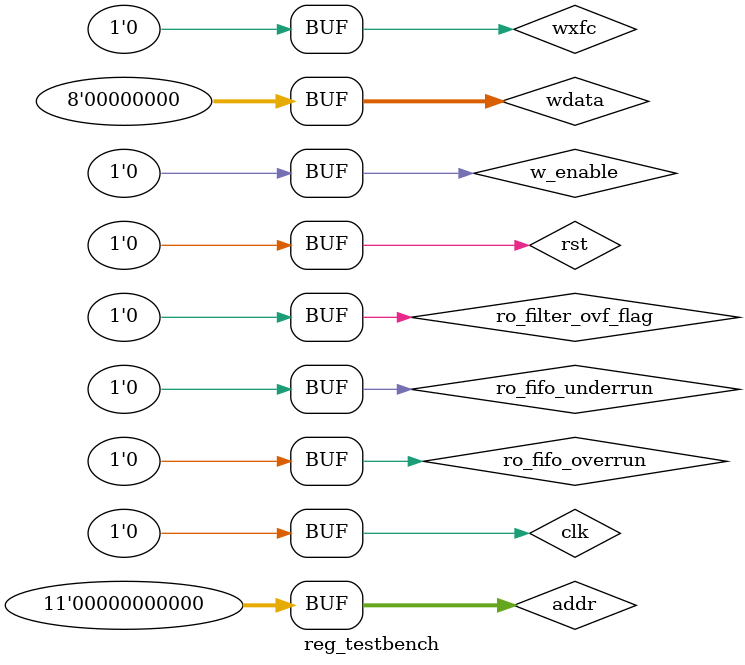
<source format=v>
`timescale 1ns / 1ps


module reg_testbench;

	// Inputs
	reg rst;
	reg clk;
	reg [10:0] addr;
	reg [7:0] wdata;
	reg w_enable;
	reg wxfc;
	reg ro_fifo_underrun;
	reg ro_fifo_overrun;
	reg ro_filter_ovf_flag;

	// Outputs
	wire rxfc;
	wire [7:0] rdata;
	wire rf_i2si_bist_en;
	wire [2:0] rf_filter_shift;
	wire rf_filter_clip_en;
	wire trig_fifo_overrun;
	wire trig_fifo_underrun;
	wire trig_filter_ovf_flag_clear;
	wire [7:0] rf_i2si_bist_start_val_a;
	wire [3:0] rf_i2si_bist_start_val_b;
	wire [7:0] rf_i2si_bist_incr;
	wire [7:0] rf_i2si_bist_upper_limit_a;
	wire [3:0] rf_i2si_bist_upper_limit_b;
	wire [7:0] rf_filter_coeff0_a;
	wire [7:0] rf_filter_coeff0_b;
	wire [7:0] rf_filter_coeff1_a;
	wire [7:0] rf_filter_coeff1_b;
	wire [7:0] rf_filter_coeff2_a;
	wire [7:0] rf_filter_coeff2_b;
	wire [7:0] rf_filter_coeff3_a;
	wire [7:0] rf_filter_coeff3_b;
	wire [7:0] rf_filter_coeff4_a;
	wire [7:0] rf_filter_coeff4_b;
	wire [7:0] rf_filter_coeff5_a;
	wire [7:0] rf_filter_coeff5_b;
	wire [7:0] rf_filter_coeff6_a;
	wire [7:0] rf_filter_coeff6_b;
	wire [7:0] rf_filter_coeff7_a;
	wire [7:0] rf_filter_coeff7_b;
	wire [7:0] rf_filter_coeff8_a;
	wire [7:0] rf_filter_coeff8_b;
	wire [7:0] rf_filter_coeff9_a;
	wire [7:0] rf_filter_coeff9_b;
	wire [7:0] rf_filter_coeff10_a;
	wire [7:0] rf_filter_coeff10_b;
	wire [7:0] rf_filter_coeff11_a;
	wire [7:0] rf_filter_coeff11_b;
	wire [7:0] rf_filter_coeff12_a;
	wire [7:0] rf_filter_coeff12_b;
	wire [7:0] rf_filter_coeff13_a;
	wire [7:0] rf_filter_coeff13_b;
	wire [7:0] rf_filter_coeff14_a;
	wire [7:0] rf_filter_coeff14_b;
	wire [7:0] rf_filter_coeff15_a;
	wire [7:0] rf_filter_coeff15_b;
	wire [7:0] rf_filter_coeff16_a;
	wire [7:0] rf_filter_coeff16_b;
	wire [7:0] rf_filter_coeff17_a;
	wire [7:0] rf_filter_coeff17_b;
	wire [7:0] rf_filter_coeff18_a;
	wire [7:0] rf_filter_coeff18_b;
	wire [7:0] rf_filter_coeff19_a;
	wire [7:0] rf_filter_coeff19_b;
	wire [7:0] rf_filter_coeff20_a;
	wire [7:0] rf_filter_coeff20_b;
	wire [7:0] rf_filter_coeff21_a;
	wire [7:0] rf_filter_coeff21_b;
	wire [7:0] rf_filter_coeff22_a;
	wire [7:0] rf_filter_coeff22_b;
	wire [7:0] rf_filter_coeff23_a;
	wire [7:0] rf_filter_coeff23_b;
	wire [7:0] rf_filter_coeff24_a;
	wire [7:0] rf_filter_coeff24_b;
	wire [7:0] rf_filter_coeff25_a;
	wire [7:0] rf_filter_coeff25_b;
	wire [7:0] rf_filter_coeff26_a;
	wire [7:0] rf_filter_coeff26_b;
	wire [7:0] rf_filter_coeff27_a;
	wire [7:0] rf_filter_coeff27_b;
	wire [7:0] rf_filter_coeff28_a;
	wire [7:0] rf_filter_coeff28_b;
	wire [7:0] rf_filter_coeff29_a;
	wire [7:0] rf_filter_coeff29_b;
	wire [7:0] rf_filter_coeff30_a;
	wire [7:0] rf_filter_coeff30_b;
	wire [7:0] rf_filter_coeff31_a;
	wire [7:0] rf_filter_coeff31_b;
	wire [7:0] rf_filter_coeff32_a;
	wire [7:0] rf_filter_coeff32_b;
	wire [7:0] rf_filter_coeff33_a;
	wire [7:0] rf_filter_coeff33_b;
	wire [7:0] rf_filter_coeff34_a;
	wire [7:0] rf_filter_coeff34_b;
	wire [7:0] rf_filter_coeff35_a;
	wire [7:0] rf_filter_coeff35_b;
	wire [7:0] rf_filter_coeff36_a;
	wire [7:0] rf_filter_coeff36_b;
	wire [7:0] rf_filter_coeff37_a;
	wire [7:0] rf_filter_coeff37_b;
	wire [7:0] rf_filter_coeff38_a;
	wire [7:0] rf_filter_coeff38_b;
	wire [7:0] rf_filter_coeff39_a;
	wire [7:0] rf_filter_coeff39_b;
	wire [7:0] rf_filter_coeff40_a;
	wire [7:0] rf_filter_coeff40_b;
	wire [7:0] rf_filter_coeff41_a;
	wire [7:0] rf_filter_coeff41_b;
	wire [7:0] rf_filter_coeff42_a;
	wire [7:0] rf_filter_coeff42_b;
	wire [7:0] rf_filter_coeff43_a;
	wire [7:0] rf_filter_coeff43_b;
	wire [7:0] rf_filter_coeff44_a;
	wire [7:0] rf_filter_coeff44_b;
	wire [7:0] rf_filter_coeff45_a;
	wire [7:0] rf_filter_coeff45_b;
	wire [7:0] rf_filter_coeff46_a;
	wire [7:0] rf_filter_coeff46_b;
	wire [7:0] rf_filter_coeff47_a;
	wire [7:0] rf_filter_coeff47_b;
	wire [7:0] rf_filter_coeff48_a;
	wire [7:0] rf_filter_coeff48_b;
	wire [7:0] rf_filter_coeff49_a;
	wire [7:0] rf_filter_coeff49_b;
	wire [7:0] rf_filter_coeff50_a;
	wire [7:0] rf_filter_coeff50_b;
	wire [7:0] rf_filter_coeff51_a;
	wire [7:0] rf_filter_coeff51_b;
	wire [7:0] rf_filter_coeff52_a;
	wire [7:0] rf_filter_coeff52_b;
	wire [7:0] rf_filter_coeff53_a;
	wire [7:0] rf_filter_coeff53_b;
	wire [7:0] rf_filter_coeff54_a;
	wire [7:0] rf_filter_coeff54_b;
	wire [7:0] rf_filter_coeff55_a;
	wire [7:0] rf_filter_coeff55_b;
	wire [7:0] rf_filter_coeff56_a;
	wire [7:0] rf_filter_coeff56_b;
	wire [7:0] rf_filter_coeff57_a;
	wire [7:0] rf_filter_coeff57_b;
	wire [7:0] rf_filter_coeff58_a;
	wire [7:0] rf_filter_coeff58_b;
	wire [7:0] rf_filter_coeff59_a;
	wire [7:0] rf_filter_coeff59_b;
	wire [7:0] rf_filter_coeff60_a;
	wire [7:0] rf_filter_coeff60_b;
	wire [7:0] rf_filter_coeff61_a;
	wire [7:0] rf_filter_coeff61_b;
	wire [7:0] rf_filter_coeff62_a;
	wire [7:0] rf_filter_coeff62_b;
	wire [7:0] rf_filter_coeff63_a;
	wire [7:0] rf_filter_coeff63_b;
	wire [7:0] rf_filter_coeff64_a;
	wire [7:0] rf_filter_coeff64_b;
	wire [7:0] rf_filter_coeff65_a;
	wire [7:0] rf_filter_coeff65_b;
	wire [7:0] rf_filter_coeff66_a;
	wire [7:0] rf_filter_coeff66_b;
	wire [7:0] rf_filter_coeff67_a;
	wire [7:0] rf_filter_coeff67_b;
	wire [7:0] rf_filter_coeff68_a;
	wire [7:0] rf_filter_coeff68_b;
	wire [7:0] rf_filter_coeff69_a;
	wire [7:0] rf_filter_coeff69_b;
	wire [7:0] rf_filter_coeff70_a;
	wire [7:0] rf_filter_coeff70_b;
	wire [7:0] rf_filter_coeff71_a;
	wire [7:0] rf_filter_coeff71_b;
	wire [7:0] rf_filter_coeff72_a;
	wire [7:0] rf_filter_coeff72_b;
	wire [7:0] rf_filter_coeff73_a;
	wire [7:0] rf_filter_coeff73_b;
	wire [7:0] rf_filter_coeff74_a;
	wire [7:0] rf_filter_coeff74_b;
	wire [7:0] rf_filter_coeff75_a;
	wire [7:0] rf_filter_coeff75_b;
	wire [7:0] rf_filter_coeff76_a;
	wire [7:0] rf_filter_coeff76_b;
	wire [7:0] rf_filter_coeff77_a;
	wire [7:0] rf_filter_coeff77_b;
	wire [7:0] rf_filter_coeff78_a;
	wire [7:0] rf_filter_coeff78_b;
	wire [7:0] rf_filter_coeff79_a;
	wire [7:0] rf_filter_coeff79_b;
	wire [7:0] rf_filter_coeff80_a;
	wire [7:0] rf_filter_coeff80_b;
	wire [7:0] rf_filter_coeff81_a;
	wire [7:0] rf_filter_coeff81_b;
	wire [7:0] rf_filter_coeff82_a;
	wire [7:0] rf_filter_coeff82_b;
	wire [7:0] rf_filter_coeff83_a;
	wire [7:0] rf_filter_coeff83_b;
	wire [7:0] rf_filter_coeff84_a;
	wire [7:0] rf_filter_coeff84_b;
	wire [7:0] rf_filter_coeff85_a;
	wire [7:0] rf_filter_coeff85_b;
	wire [7:0] rf_filter_coeff86_a;
	wire [7:0] rf_filter_coeff86_b;
	wire [7:0] rf_filter_coeff87_a;
	wire [7:0] rf_filter_coeff87_b;
	wire [7:0] rf_filter_coeff88_a;
	wire [7:0] rf_filter_coeff88_b;
	wire [7:0] rf_filter_coeff89_a;
	wire [7:0] rf_filter_coeff89_b;
	wire [7:0] rf_filter_coeff90_a;
	wire [7:0] rf_filter_coeff90_b;
	wire [7:0] rf_filter_coeff91_a;
	wire [7:0] rf_filter_coeff91_b;
	wire [7:0] rf_filter_coeff92_a;
	wire [7:0] rf_filter_coeff92_b;
	wire [7:0] rf_filter_coeff93_a;
	wire [7:0] rf_filter_coeff93_b;
	wire [7:0] rf_filter_coeff94_a;
	wire [7:0] rf_filter_coeff94_b;
	wire [7:0] rf_filter_coeff95_a;
	wire [7:0] rf_filter_coeff95_b;
	wire [7:0] rf_filter_coeff96_a;
	wire [7:0] rf_filter_coeff96_b;
	wire [7:0] rf_filter_coeff97_a;
	wire [7:0] rf_filter_coeff97_b;
	wire [7:0] rf_filter_coeff98_a;
	wire [7:0] rf_filter_coeff98_b;
	wire [7:0] rf_filter_coeff99_a;
	wire [7:0] rf_filter_coeff99_b;
	wire [7:0] rf_filter_coeff100_a;
	wire [7:0] rf_filter_coeff100_b;
	wire [7:0] rf_filter_coeff101_a;
	wire [7:0] rf_filter_coeff101_b;
	wire [7:0] rf_filter_coeff102_a;
	wire [7:0] rf_filter_coeff102_b;
	wire [7:0] rf_filter_coeff103_a;
	wire [7:0] rf_filter_coeff103_b;
	wire [7:0] rf_filter_coeff104_a;
	wire [7:0] rf_filter_coeff104_b;
	wire [7:0] rf_filter_coeff105_a;
	wire [7:0] rf_filter_coeff105_b;
	wire [7:0] rf_filter_coeff106_a;
	wire [7:0] rf_filter_coeff106_b;
	wire [7:0] rf_filter_coeff107_a;
	wire [7:0] rf_filter_coeff107_b;
	wire [7:0] rf_filter_coeff108_a;
	wire [7:0] rf_filter_coeff108_b;
	wire [7:0] rf_filter_coeff109_a;
	wire [7:0] rf_filter_coeff109_b;
	wire [7:0] rf_filter_coeff110_a;
	wire [7:0] rf_filter_coeff110_b;
	wire [7:0] rf_filter_coeff111_a;
	wire [7:0] rf_filter_coeff111_b;
	wire [7:0] rf_filter_coeff112_a;
	wire [7:0] rf_filter_coeff112_b;
	wire [7:0] rf_filter_coeff113_a;
	wire [7:0] rf_filter_coeff113_b;
	wire [7:0] rf_filter_coeff114_a;
	wire [7:0] rf_filter_coeff114_b;
	wire [7:0] rf_filter_coeff115_a;
	wire [7:0] rf_filter_coeff115_b;
	wire [7:0] rf_filter_coeff116_a;
	wire [7:0] rf_filter_coeff116_b;
	wire [7:0] rf_filter_coeff117_a;
	wire [7:0] rf_filter_coeff117_b;
	wire [7:0] rf_filter_coeff118_a;
	wire [7:0] rf_filter_coeff118_b;
	wire [7:0] rf_filter_coeff119_a;
	wire [7:0] rf_filter_coeff119_b;
	wire [7:0] rf_filter_coeff120_a;
	wire [7:0] rf_filter_coeff120_b;
	wire [7:0] rf_filter_coeff121_a;
	wire [7:0] rf_filter_coeff121_b;
	wire [7:0] rf_filter_coeff122_a;
	wire [7:0] rf_filter_coeff122_b;
	wire [7:0] rf_filter_coeff123_a;
	wire [7:0] rf_filter_coeff123_b;
	wire [7:0] rf_filter_coeff124_a;
	wire [7:0] rf_filter_coeff124_b;
	wire [7:0] rf_filter_coeff125_a;
	wire [7:0] rf_filter_coeff125_b;
	wire [7:0] rf_filter_coeff126_a;
	wire [7:0] rf_filter_coeff126_b;
	wire [7:0] rf_filter_coeff127_a;
	wire [7:0] rf_filter_coeff127_b;
	wire [7:0] rf_filter_coeff128_a;
	wire [7:0] rf_filter_coeff128_b;
	wire [7:0] rf_filter_coeff129_a;
	wire [7:0] rf_filter_coeff129_b;
	wire [7:0] rf_filter_coeff130_a;
	wire [7:0] rf_filter_coeff130_b;
	wire [7:0] rf_filter_coeff131_a;
	wire [7:0] rf_filter_coeff131_b;
	wire [7:0] rf_filter_coeff132_a;
	wire [7:0] rf_filter_coeff132_b;
	wire [7:0] rf_filter_coeff133_a;
	wire [7:0] rf_filter_coeff133_b;
	wire [7:0] rf_filter_coeff134_a;
	wire [7:0] rf_filter_coeff134_b;
	wire [7:0] rf_filter_coeff135_a;
	wire [7:0] rf_filter_coeff135_b;
	wire [7:0] rf_filter_coeff136_a;
	wire [7:0] rf_filter_coeff136_b;
	wire [7:0] rf_filter_coeff137_a;
	wire [7:0] rf_filter_coeff137_b;
	wire [7:0] rf_filter_coeff138_a;
	wire [7:0] rf_filter_coeff138_b;
	wire [7:0] rf_filter_coeff139_a;
	wire [7:0] rf_filter_coeff139_b;
	wire [7:0] rf_filter_coeff140_a;
	wire [7:0] rf_filter_coeff140_b;
	wire [7:0] rf_filter_coeff141_a;
	wire [7:0] rf_filter_coeff141_b;
	wire [7:0] rf_filter_coeff142_a;
	wire [7:0] rf_filter_coeff142_b;
	wire [7:0] rf_filter_coeff143_a;
	wire [7:0] rf_filter_coeff143_b;
	wire [7:0] rf_filter_coeff144_a;
	wire [7:0] rf_filter_coeff144_b;
	wire [7:0] rf_filter_coeff145_a;
	wire [7:0] rf_filter_coeff145_b;
	wire [7:0] rf_filter_coeff146_a;
	wire [7:0] rf_filter_coeff146_b;
	wire [7:0] rf_filter_coeff147_a;
	wire [7:0] rf_filter_coeff147_b;
	wire [7:0] rf_filter_coeff148_a;
	wire [7:0] rf_filter_coeff148_b;
	wire [7:0] rf_filter_coeff149_a;
	wire [7:0] rf_filter_coeff149_b;
	wire [7:0] rf_filter_coeff150_a;
	wire [7:0] rf_filter_coeff150_b;
	wire [7:0] rf_filter_coeff151_a;
	wire [7:0] rf_filter_coeff151_b;
	wire [7:0] rf_filter_coeff152_a;
	wire [7:0] rf_filter_coeff152_b;
	wire [7:0] rf_filter_coeff153_a;
	wire [7:0] rf_filter_coeff153_b;
	wire [7:0] rf_filter_coeff154_a;
	wire [7:0] rf_filter_coeff154_b;
	wire [7:0] rf_filter_coeff155_a;
	wire [7:0] rf_filter_coeff155_b;
	wire [7:0] rf_filter_coeff156_a;
	wire [7:0] rf_filter_coeff156_b;
	wire [7:0] rf_filter_coeff157_a;
	wire [7:0] rf_filter_coeff157_b;
	wire [7:0] rf_filter_coeff158_a;
	wire [7:0] rf_filter_coeff158_b;
	wire [7:0] rf_filter_coeff159_a;
	wire [7:0] rf_filter_coeff159_b;
	wire [7:0] rf_filter_coeff160_a;
	wire [7:0] rf_filter_coeff160_b;
	wire [7:0] rf_filter_coeff161_a;
	wire [7:0] rf_filter_coeff161_b;
	wire [7:0] rf_filter_coeff162_a;
	wire [7:0] rf_filter_coeff162_b;
	wire [7:0] rf_filter_coeff163_a;
	wire [7:0] rf_filter_coeff163_b;
	wire [7:0] rf_filter_coeff164_a;
	wire [7:0] rf_filter_coeff164_b;
	wire [7:0] rf_filter_coeff165_a;
	wire [7:0] rf_filter_coeff165_b;
	wire [7:0] rf_filter_coeff166_a;
	wire [7:0] rf_filter_coeff166_b;
	wire [7:0] rf_filter_coeff167_a;
	wire [7:0] rf_filter_coeff167_b;
	wire [7:0] rf_filter_coeff168_a;
	wire [7:0] rf_filter_coeff168_b;
	wire [7:0] rf_filter_coeff169_a;
	wire [7:0] rf_filter_coeff169_b;
	wire [7:0] rf_filter_coeff170_a;
	wire [7:0] rf_filter_coeff170_b;
	wire [7:0] rf_filter_coeff171_a;
	wire [7:0] rf_filter_coeff171_b;
	wire [7:0] rf_filter_coeff172_a;
	wire [7:0] rf_filter_coeff172_b;
	wire [7:0] rf_filter_coeff173_a;
	wire [7:0] rf_filter_coeff173_b;
	wire [7:0] rf_filter_coeff174_a;
	wire [7:0] rf_filter_coeff174_b;
	wire [7:0] rf_filter_coeff175_a;
	wire [7:0] rf_filter_coeff175_b;
	wire [7:0] rf_filter_coeff176_a;
	wire [7:0] rf_filter_coeff176_b;
	wire [7:0] rf_filter_coeff177_a;
	wire [7:0] rf_filter_coeff177_b;
	wire [7:0] rf_filter_coeff178_a;
	wire [7:0] rf_filter_coeff178_b;
	wire [7:0] rf_filter_coeff179_a;
	wire [7:0] rf_filter_coeff179_b;
	wire [7:0] rf_filter_coeff180_a;
	wire [7:0] rf_filter_coeff180_b;
	wire [7:0] rf_filter_coeff181_a;
	wire [7:0] rf_filter_coeff181_b;
	wire [7:0] rf_filter_coeff182_a;
	wire [7:0] rf_filter_coeff182_b;
	wire [7:0] rf_filter_coeff183_a;
	wire [7:0] rf_filter_coeff183_b;
	wire [7:0] rf_filter_coeff184_a;
	wire [7:0] rf_filter_coeff184_b;
	wire [7:0] rf_filter_coeff185_a;
	wire [7:0] rf_filter_coeff185_b;
	wire [7:0] rf_filter_coeff186_a;
	wire [7:0] rf_filter_coeff186_b;
	wire [7:0] rf_filter_coeff187_a;
	wire [7:0] rf_filter_coeff187_b;
	wire [7:0] rf_filter_coeff188_a;
	wire [7:0] rf_filter_coeff188_b;
	wire [7:0] rf_filter_coeff189_a;
	wire [7:0] rf_filter_coeff189_b;
	wire [7:0] rf_filter_coeff190_a;
	wire [7:0] rf_filter_coeff190_b;
	wire [7:0] rf_filter_coeff191_a;
	wire [7:0] rf_filter_coeff191_b;
	wire [7:0] rf_filter_coeff192_a;
	wire [7:0] rf_filter_coeff192_b;
	wire [7:0] rf_filter_coeff193_a;
	wire [7:0] rf_filter_coeff193_b;
	wire [7:0] rf_filter_coeff194_a;
	wire [7:0] rf_filter_coeff194_b;
	wire [7:0] rf_filter_coeff195_a;
	wire [7:0] rf_filter_coeff195_b;
	wire [7:0] rf_filter_coeff196_a;
	wire [7:0] rf_filter_coeff196_b;
	wire [7:0] rf_filter_coeff197_a;
	wire [7:0] rf_filter_coeff197_b;
	wire [7:0] rf_filter_coeff198_a;
	wire [7:0] rf_filter_coeff198_b;
	wire [7:0] rf_filter_coeff199_a;
	wire [7:0] rf_filter_coeff199_b;
	wire [7:0] rf_filter_coeff200_a;
	wire [7:0] rf_filter_coeff200_b;
	wire [7:0] rf_filter_coeff201_a;
	wire [7:0] rf_filter_coeff201_b;
	wire [7:0] rf_filter_coeff202_a;
	wire [7:0] rf_filter_coeff202_b;
	wire [7:0] rf_filter_coeff203_a;
	wire [7:0] rf_filter_coeff203_b;
	wire [7:0] rf_filter_coeff204_a;
	wire [7:0] rf_filter_coeff204_b;
	wire [7:0] rf_filter_coeff205_a;
	wire [7:0] rf_filter_coeff205_b;
	wire [7:0] rf_filter_coeff206_a;
	wire [7:0] rf_filter_coeff206_b;
	wire [7:0] rf_filter_coeff207_a;
	wire [7:0] rf_filter_coeff207_b;
	wire [7:0] rf_filter_coeff208_a;
	wire [7:0] rf_filter_coeff208_b;
	wire [7:0] rf_filter_coeff209_a;
	wire [7:0] rf_filter_coeff209_b;
	wire [7:0] rf_filter_coeff210_a;
	wire [7:0] rf_filter_coeff210_b;
	wire [7:0] rf_filter_coeff211_a;
	wire [7:0] rf_filter_coeff211_b;
	wire [7:0] rf_filter_coeff212_a;
	wire [7:0] rf_filter_coeff212_b;
	wire [7:0] rf_filter_coeff213_a;
	wire [7:0] rf_filter_coeff213_b;
	wire [7:0] rf_filter_coeff214_a;
	wire [7:0] rf_filter_coeff214_b;
	wire [7:0] rf_filter_coeff215_a;
	wire [7:0] rf_filter_coeff215_b;
	wire [7:0] rf_filter_coeff216_a;
	wire [7:0] rf_filter_coeff216_b;
	wire [7:0] rf_filter_coeff217_a;
	wire [7:0] rf_filter_coeff217_b;
	wire [7:0] rf_filter_coeff218_a;
	wire [7:0] rf_filter_coeff218_b;
	wire [7:0] rf_filter_coeff219_a;
	wire [7:0] rf_filter_coeff219_b;
	wire [7:0] rf_filter_coeff220_a;
	wire [7:0] rf_filter_coeff220_b;
	wire [7:0] rf_filter_coeff221_a;
	wire [7:0] rf_filter_coeff221_b;
	wire [7:0] rf_filter_coeff222_a;
	wire [7:0] rf_filter_coeff222_b;
	wire [7:0] rf_filter_coeff223_a;
	wire [7:0] rf_filter_coeff223_b;
	wire [7:0] rf_filter_coeff224_a;
	wire [7:0] rf_filter_coeff224_b;
	wire [7:0] rf_filter_coeff225_a;
	wire [7:0] rf_filter_coeff225_b;
	wire [7:0] rf_filter_coeff226_a;
	wire [7:0] rf_filter_coeff226_b;
	wire [7:0] rf_filter_coeff227_a;
	wire [7:0] rf_filter_coeff227_b;
	wire [7:0] rf_filter_coeff228_a;
	wire [7:0] rf_filter_coeff228_b;
	wire [7:0] rf_filter_coeff229_a;
	wire [7:0] rf_filter_coeff229_b;
	wire [7:0] rf_filter_coeff230_a;
	wire [7:0] rf_filter_coeff230_b;
	wire [7:0] rf_filter_coeff231_a;
	wire [7:0] rf_filter_coeff231_b;
	wire [7:0] rf_filter_coeff232_a;
	wire [7:0] rf_filter_coeff232_b;
	wire [7:0] rf_filter_coeff233_a;
	wire [7:0] rf_filter_coeff233_b;
	wire [7:0] rf_filter_coeff234_a;
	wire [7:0] rf_filter_coeff234_b;
	wire [7:0] rf_filter_coeff235_a;
	wire [7:0] rf_filter_coeff235_b;
	wire [7:0] rf_filter_coeff236_a;
	wire [7:0] rf_filter_coeff236_b;
	wire [7:0] rf_filter_coeff237_a;
	wire [7:0] rf_filter_coeff237_b;
	wire [7:0] rf_filter_coeff238_a;
	wire [7:0] rf_filter_coeff238_b;
	wire [7:0] rf_filter_coeff239_a;
	wire [7:0] rf_filter_coeff239_b;
	wire [7:0] rf_filter_coeff240_a;
	wire [7:0] rf_filter_coeff240_b;
	wire [7:0] rf_filter_coeff241_a;
	wire [7:0] rf_filter_coeff241_b;
	wire [7:0] rf_filter_coeff242_a;
	wire [7:0] rf_filter_coeff242_b;
	wire [7:0] rf_filter_coeff243_a;
	wire [7:0] rf_filter_coeff243_b;
	wire [7:0] rf_filter_coeff244_a;
	wire [7:0] rf_filter_coeff244_b;
	wire [7:0] rf_filter_coeff245_a;
	wire [7:0] rf_filter_coeff245_b;
	wire [7:0] rf_filter_coeff246_a;
	wire [7:0] rf_filter_coeff246_b;
	wire [7:0] rf_filter_coeff247_a;
	wire [7:0] rf_filter_coeff247_b;
	wire [7:0] rf_filter_coeff248_a;
	wire [7:0] rf_filter_coeff248_b;
	wire [7:0] rf_filter_coeff249_a;
	wire [7:0] rf_filter_coeff249_b;
	wire [7:0] rf_filter_coeff250_a;
	wire [7:0] rf_filter_coeff250_b;
	wire [7:0] rf_filter_coeff251_a;
	wire [7:0] rf_filter_coeff251_b;
	wire [7:0] rf_filter_coeff252_a;
	wire [7:0] rf_filter_coeff252_b;
	wire [7:0] rf_filter_coeff253_a;
	wire [7:0] rf_filter_coeff253_b;
	wire [7:0] rf_filter_coeff254_a;
	wire [7:0] rf_filter_coeff254_b;
	wire [7:0] rf_filter_coeff255_a;
	wire [7:0] rf_filter_coeff255_b;
	wire [7:0] rf_filter_coeff256_a;
	wire [7:0] rf_filter_coeff256_b;
	wire [7:0] rf_filter_coeff257_a;
	wire [7:0] rf_filter_coeff257_b;
	wire [7:0] rf_filter_coeff258_a;
	wire [7:0] rf_filter_coeff258_b;
	wire [7:0] rf_filter_coeff259_a;
	wire [7:0] rf_filter_coeff259_b;
	wire [7:0] rf_filter_coeff260_a;
	wire [7:0] rf_filter_coeff260_b;
	wire [7:0] rf_filter_coeff261_a;
	wire [7:0] rf_filter_coeff261_b;
	wire [7:0] rf_filter_coeff262_a;
	wire [7:0] rf_filter_coeff262_b;
	wire [7:0] rf_filter_coeff263_a;
	wire [7:0] rf_filter_coeff263_b;
	wire [7:0] rf_filter_coeff264_a;
	wire [7:0] rf_filter_coeff264_b;
	wire [7:0] rf_filter_coeff265_a;
	wire [7:0] rf_filter_coeff265_b;
	wire [7:0] rf_filter_coeff266_a;
	wire [7:0] rf_filter_coeff266_b;
	wire [7:0] rf_filter_coeff267_a;
	wire [7:0] rf_filter_coeff267_b;
	wire [7:0] rf_filter_coeff268_a;
	wire [7:0] rf_filter_coeff268_b;
	wire [7:0] rf_filter_coeff269_a;
	wire [7:0] rf_filter_coeff269_b;
	wire [7:0] rf_filter_coeff270_a;
	wire [7:0] rf_filter_coeff270_b;
	wire [7:0] rf_filter_coeff271_a;
	wire [7:0] rf_filter_coeff271_b;
	wire [7:0] rf_filter_coeff272_a;
	wire [7:0] rf_filter_coeff272_b;
	wire [7:0] rf_filter_coeff273_a;
	wire [7:0] rf_filter_coeff273_b;
	wire [7:0] rf_filter_coeff274_a;
	wire [7:0] rf_filter_coeff274_b;
	wire [7:0] rf_filter_coeff275_a;
	wire [7:0] rf_filter_coeff275_b;
	wire [7:0] rf_filter_coeff276_a;
	wire [7:0] rf_filter_coeff276_b;
	wire [7:0] rf_filter_coeff277_a;
	wire [7:0] rf_filter_coeff277_b;
	wire [7:0] rf_filter_coeff278_a;
	wire [7:0] rf_filter_coeff278_b;
	wire [7:0] rf_filter_coeff279_a;
	wire [7:0] rf_filter_coeff279_b;
	wire [7:0] rf_filter_coeff280_a;
	wire [7:0] rf_filter_coeff280_b;
	wire [7:0] rf_filter_coeff281_a;
	wire [7:0] rf_filter_coeff281_b;
	wire [7:0] rf_filter_coeff282_a;
	wire [7:0] rf_filter_coeff282_b;
	wire [7:0] rf_filter_coeff283_a;
	wire [7:0] rf_filter_coeff283_b;
	wire [7:0] rf_filter_coeff284_a;
	wire [7:0] rf_filter_coeff284_b;
	wire [7:0] rf_filter_coeff285_a;
	wire [7:0] rf_filter_coeff285_b;
	wire [7:0] rf_filter_coeff286_a;
	wire [7:0] rf_filter_coeff286_b;
	wire [7:0] rf_filter_coeff287_a;
	wire [7:0] rf_filter_coeff287_b;
	wire [7:0] rf_filter_coeff288_a;
	wire [7:0] rf_filter_coeff288_b;
	wire [7:0] rf_filter_coeff289_a;
	wire [7:0] rf_filter_coeff289_b;
	wire [7:0] rf_filter_coeff290_a;
	wire [7:0] rf_filter_coeff290_b;
	wire [7:0] rf_filter_coeff291_a;
	wire [7:0] rf_filter_coeff291_b;
	wire [7:0] rf_filter_coeff292_a;
	wire [7:0] rf_filter_coeff292_b;
	wire [7:0] rf_filter_coeff293_a;
	wire [7:0] rf_filter_coeff293_b;
	wire [7:0] rf_filter_coeff294_a;
	wire [7:0] rf_filter_coeff294_b;
	wire [7:0] rf_filter_coeff295_a;
	wire [7:0] rf_filter_coeff295_b;
	wire [7:0] rf_filter_coeff296_a;
	wire [7:0] rf_filter_coeff296_b;
	wire [7:0] rf_filter_coeff297_a;
	wire [7:0] rf_filter_coeff297_b;
	wire [7:0] rf_filter_coeff298_a;
	wire [7:0] rf_filter_coeff298_b;
	wire [7:0] rf_filter_coeff299_a;
	wire [7:0] rf_filter_coeff299_b;
	wire [7:0] rf_filter_coeff300_a;
	wire [7:0] rf_filter_coeff300_b;
	wire [7:0] rf_filter_coeff301_a;
	wire [7:0] rf_filter_coeff301_b;
	wire [7:0] rf_filter_coeff302_a;
	wire [7:0] rf_filter_coeff302_b;
	wire [7:0] rf_filter_coeff303_a;
	wire [7:0] rf_filter_coeff303_b;
	wire [7:0] rf_filter_coeff304_a;
	wire [7:0] rf_filter_coeff304_b;
	wire [7:0] rf_filter_coeff305_a;
	wire [7:0] rf_filter_coeff305_b;
	wire [7:0] rf_filter_coeff306_a;
	wire [7:0] rf_filter_coeff306_b;
	wire [7:0] rf_filter_coeff307_a;
	wire [7:0] rf_filter_coeff307_b;
	wire [7:0] rf_filter_coeff308_a;
	wire [7:0] rf_filter_coeff308_b;
	wire [7:0] rf_filter_coeff309_a;
	wire [7:0] rf_filter_coeff309_b;
	wire [7:0] rf_filter_coeff310_a;
	wire [7:0] rf_filter_coeff310_b;
	wire [7:0] rf_filter_coeff311_a;
	wire [7:0] rf_filter_coeff311_b;
	wire [7:0] rf_filter_coeff312_a;
	wire [7:0] rf_filter_coeff312_b;
	wire [7:0] rf_filter_coeff313_a;
	wire [7:0] rf_filter_coeff313_b;
	wire [7:0] rf_filter_coeff314_a;
	wire [7:0] rf_filter_coeff314_b;
	wire [7:0] rf_filter_coeff315_a;
	wire [7:0] rf_filter_coeff315_b;
	wire [7:0] rf_filter_coeff316_a;
	wire [7:0] rf_filter_coeff316_b;
	wire [7:0] rf_filter_coeff317_a;
	wire [7:0] rf_filter_coeff317_b;
	wire [7:0] rf_filter_coeff318_a;
	wire [7:0] rf_filter_coeff318_b;
	wire [7:0] rf_filter_coeff319_a;
	wire [7:0] rf_filter_coeff319_b;
	wire [7:0] rf_filter_coeff320_a;
	wire [7:0] rf_filter_coeff320_b;
	wire [7:0] rf_filter_coeff321_a;
	wire [7:0] rf_filter_coeff321_b;
	wire [7:0] rf_filter_coeff322_a;
	wire [7:0] rf_filter_coeff322_b;
	wire [7:0] rf_filter_coeff323_a;
	wire [7:0] rf_filter_coeff323_b;
	wire [7:0] rf_filter_coeff324_a;
	wire [7:0] rf_filter_coeff324_b;
	wire [7:0] rf_filter_coeff325_a;
	wire [7:0] rf_filter_coeff325_b;
	wire [7:0] rf_filter_coeff326_a;
	wire [7:0] rf_filter_coeff326_b;
	wire [7:0] rf_filter_coeff327_a;
	wire [7:0] rf_filter_coeff327_b;
	wire [7:0] rf_filter_coeff328_a;
	wire [7:0] rf_filter_coeff328_b;
	wire [7:0] rf_filter_coeff329_a;
	wire [7:0] rf_filter_coeff329_b;
	wire [7:0] rf_filter_coeff330_a;
	wire [7:0] rf_filter_coeff330_b;
	wire [7:0] rf_filter_coeff331_a;
	wire [7:0] rf_filter_coeff331_b;
	wire [7:0] rf_filter_coeff332_a;
	wire [7:0] rf_filter_coeff332_b;
	wire [7:0] rf_filter_coeff333_a;
	wire [7:0] rf_filter_coeff333_b;
	wire [7:0] rf_filter_coeff334_a;
	wire [7:0] rf_filter_coeff334_b;
	wire [7:0] rf_filter_coeff335_a;
	wire [7:0] rf_filter_coeff335_b;
	wire [7:0] rf_filter_coeff336_a;
	wire [7:0] rf_filter_coeff336_b;
	wire [7:0] rf_filter_coeff337_a;
	wire [7:0] rf_filter_coeff337_b;
	wire [7:0] rf_filter_coeff338_a;
	wire [7:0] rf_filter_coeff338_b;
	wire [7:0] rf_filter_coeff339_a;
	wire [7:0] rf_filter_coeff339_b;
	wire [7:0] rf_filter_coeff340_a;
	wire [7:0] rf_filter_coeff340_b;
	wire [7:0] rf_filter_coeff341_a;
	wire [7:0] rf_filter_coeff341_b;
	wire [7:0] rf_filter_coeff342_a;
	wire [7:0] rf_filter_coeff342_b;
	wire [7:0] rf_filter_coeff343_a;
	wire [7:0] rf_filter_coeff343_b;
	wire [7:0] rf_filter_coeff344_a;
	wire [7:0] rf_filter_coeff344_b;
	wire [7:0] rf_filter_coeff345_a;
	wire [7:0] rf_filter_coeff345_b;
	wire [7:0] rf_filter_coeff346_a;
	wire [7:0] rf_filter_coeff346_b;
	wire [7:0] rf_filter_coeff347_a;
	wire [7:0] rf_filter_coeff347_b;
	wire [7:0] rf_filter_coeff348_a;
	wire [7:0] rf_filter_coeff348_b;
	wire [7:0] rf_filter_coeff349_a;
	wire [7:0] rf_filter_coeff349_b;
	wire [7:0] rf_filter_coeff350_a;
	wire [7:0] rf_filter_coeff350_b;
	wire [7:0] rf_filter_coeff351_a;
	wire [7:0] rf_filter_coeff351_b;
	wire [7:0] rf_filter_coeff352_a;
	wire [7:0] rf_filter_coeff352_b;
	wire [7:0] rf_filter_coeff353_a;
	wire [7:0] rf_filter_coeff353_b;
	wire [7:0] rf_filter_coeff354_a;
	wire [7:0] rf_filter_coeff354_b;
	wire [7:0] rf_filter_coeff355_a;
	wire [7:0] rf_filter_coeff355_b;
	wire [7:0] rf_filter_coeff356_a;
	wire [7:0] rf_filter_coeff356_b;
	wire [7:0] rf_filter_coeff357_a;
	wire [7:0] rf_filter_coeff357_b;
	wire [7:0] rf_filter_coeff358_a;
	wire [7:0] rf_filter_coeff358_b;
	wire [7:0] rf_filter_coeff359_a;
	wire [7:0] rf_filter_coeff359_b;
	wire [7:0] rf_filter_coeff360_a;
	wire [7:0] rf_filter_coeff360_b;
	wire [7:0] rf_filter_coeff361_a;
	wire [7:0] rf_filter_coeff361_b;
	wire [7:0] rf_filter_coeff362_a;
	wire [7:0] rf_filter_coeff362_b;
	wire [7:0] rf_filter_coeff363_a;
	wire [7:0] rf_filter_coeff363_b;
	wire [7:0] rf_filter_coeff364_a;
	wire [7:0] rf_filter_coeff364_b;
	wire [7:0] rf_filter_coeff365_a;
	wire [7:0] rf_filter_coeff365_b;
	wire [7:0] rf_filter_coeff366_a;
	wire [7:0] rf_filter_coeff366_b;
	wire [7:0] rf_filter_coeff367_a;
	wire [7:0] rf_filter_coeff367_b;
	wire [7:0] rf_filter_coeff368_a;
	wire [7:0] rf_filter_coeff368_b;
	wire [7:0] rf_filter_coeff369_a;
	wire [7:0] rf_filter_coeff369_b;
	wire [7:0] rf_filter_coeff370_a;
	wire [7:0] rf_filter_coeff370_b;
	wire [7:0] rf_filter_coeff371_a;
	wire [7:0] rf_filter_coeff371_b;
	wire [7:0] rf_filter_coeff372_a;
	wire [7:0] rf_filter_coeff372_b;
	wire [7:0] rf_filter_coeff373_a;
	wire [7:0] rf_filter_coeff373_b;
	wire [7:0] rf_filter_coeff374_a;
	wire [7:0] rf_filter_coeff374_b;
	wire [7:0] rf_filter_coeff375_a;
	wire [7:0] rf_filter_coeff375_b;
	wire [7:0] rf_filter_coeff376_a;
	wire [7:0] rf_filter_coeff376_b;
	wire [7:0] rf_filter_coeff377_a;
	wire [7:0] rf_filter_coeff377_b;
	wire [7:0] rf_filter_coeff378_a;
	wire [7:0] rf_filter_coeff378_b;
	wire [7:0] rf_filter_coeff379_a;
	wire [7:0] rf_filter_coeff379_b;
	wire [7:0] rf_filter_coeff380_a;
	wire [7:0] rf_filter_coeff380_b;
	wire [7:0] rf_filter_coeff381_a;
	wire [7:0] rf_filter_coeff381_b;
	wire [7:0] rf_filter_coeff382_a;
	wire [7:0] rf_filter_coeff382_b;
	wire [7:0] rf_filter_coeff383_a;
	wire [7:0] rf_filter_coeff383_b;
	wire [7:0] rf_filter_coeff384_a;
	wire [7:0] rf_filter_coeff384_b;
	wire [7:0] rf_filter_coeff385_a;
	wire [7:0] rf_filter_coeff385_b;
	wire [7:0] rf_filter_coeff386_a;
	wire [7:0] rf_filter_coeff386_b;
	wire [7:0] rf_filter_coeff387_a;
	wire [7:0] rf_filter_coeff387_b;
	wire [7:0] rf_filter_coeff388_a;
	wire [7:0] rf_filter_coeff388_b;
	wire [7:0] rf_filter_coeff389_a;
	wire [7:0] rf_filter_coeff389_b;
	wire [7:0] rf_filter_coeff390_a;
	wire [7:0] rf_filter_coeff390_b;
	wire [7:0] rf_filter_coeff391_a;
	wire [7:0] rf_filter_coeff391_b;
	wire [7:0] rf_filter_coeff392_a;
	wire [7:0] rf_filter_coeff392_b;
	wire [7:0] rf_filter_coeff393_a;
	wire [7:0] rf_filter_coeff393_b;
	wire [7:0] rf_filter_coeff394_a;
	wire [7:0] rf_filter_coeff394_b;
	wire [7:0] rf_filter_coeff395_a;
	wire [7:0] rf_filter_coeff395_b;
	wire [7:0] rf_filter_coeff396_a;
	wire [7:0] rf_filter_coeff396_b;
	wire [7:0] rf_filter_coeff397_a;
	wire [7:0] rf_filter_coeff397_b;
	wire [7:0] rf_filter_coeff398_a;
	wire [7:0] rf_filter_coeff398_b;
	wire [7:0] rf_filter_coeff399_a;
	wire [7:0] rf_filter_coeff399_b;
	wire [7:0] rf_filter_coeff400_a;
	wire [7:0] rf_filter_coeff400_b;
	wire [7:0] rf_filter_coeff401_a;
	wire [7:0] rf_filter_coeff401_b;
	wire [7:0] rf_filter_coeff402_a;
	wire [7:0] rf_filter_coeff402_b;
	wire [7:0] rf_filter_coeff403_a;
	wire [7:0] rf_filter_coeff403_b;
	wire [7:0] rf_filter_coeff404_a;
	wire [7:0] rf_filter_coeff404_b;
	wire [7:0] rf_filter_coeff405_a;
	wire [7:0] rf_filter_coeff405_b;
	wire [7:0] rf_filter_coeff406_a;
	wire [7:0] rf_filter_coeff406_b;
	wire [7:0] rf_filter_coeff407_a;
	wire [7:0] rf_filter_coeff407_b;
	wire [7:0] rf_filter_coeff408_a;
	wire [7:0] rf_filter_coeff408_b;
	wire [7:0] rf_filter_coeff409_a;
	wire [7:0] rf_filter_coeff409_b;
	wire [7:0] rf_filter_coeff410_a;
	wire [7:0] rf_filter_coeff410_b;
	wire [7:0] rf_filter_coeff411_a;
	wire [7:0] rf_filter_coeff411_b;
	wire [7:0] rf_filter_coeff412_a;
	wire [7:0] rf_filter_coeff412_b;
	wire [7:0] rf_filter_coeff413_a;
	wire [7:0] rf_filter_coeff413_b;
	wire [7:0] rf_filter_coeff414_a;
	wire [7:0] rf_filter_coeff414_b;
	wire [7:0] rf_filter_coeff415_a;
	wire [7:0] rf_filter_coeff415_b;
	wire [7:0] rf_filter_coeff416_a;
	wire [7:0] rf_filter_coeff416_b;
	wire [7:0] rf_filter_coeff417_a;
	wire [7:0] rf_filter_coeff417_b;
	wire [7:0] rf_filter_coeff418_a;
	wire [7:0] rf_filter_coeff418_b;
	wire [7:0] rf_filter_coeff419_a;
	wire [7:0] rf_filter_coeff419_b;
	wire [7:0] rf_filter_coeff420_a;
	wire [7:0] rf_filter_coeff420_b;
	wire [7:0] rf_filter_coeff421_a;
	wire [7:0] rf_filter_coeff421_b;
	wire [7:0] rf_filter_coeff422_a;
	wire [7:0] rf_filter_coeff422_b;
	wire [7:0] rf_filter_coeff423_a;
	wire [7:0] rf_filter_coeff423_b;
	wire [7:0] rf_filter_coeff424_a;
	wire [7:0] rf_filter_coeff424_b;
	wire [7:0] rf_filter_coeff425_a;
	wire [7:0] rf_filter_coeff425_b;
	wire [7:0] rf_filter_coeff426_a;
	wire [7:0] rf_filter_coeff426_b;
	wire [7:0] rf_filter_coeff427_a;
	wire [7:0] rf_filter_coeff427_b;
	wire [7:0] rf_filter_coeff428_a;
	wire [7:0] rf_filter_coeff428_b;
	wire [7:0] rf_filter_coeff429_a;
	wire [7:0] rf_filter_coeff429_b;
	wire [7:0] rf_filter_coeff430_a;
	wire [7:0] rf_filter_coeff430_b;
	wire [7:0] rf_filter_coeff431_a;
	wire [7:0] rf_filter_coeff431_b;
	wire [7:0] rf_filter_coeff432_a;
	wire [7:0] rf_filter_coeff432_b;
	wire [7:0] rf_filter_coeff433_a;
	wire [7:0] rf_filter_coeff433_b;
	wire [7:0] rf_filter_coeff434_a;
	wire [7:0] rf_filter_coeff434_b;
	wire [7:0] rf_filter_coeff435_a;
	wire [7:0] rf_filter_coeff435_b;
	wire [7:0] rf_filter_coeff436_a;
	wire [7:0] rf_filter_coeff436_b;
	wire [7:0] rf_filter_coeff437_a;
	wire [7:0] rf_filter_coeff437_b;
	wire [7:0] rf_filter_coeff438_a;
	wire [7:0] rf_filter_coeff438_b;
	wire [7:0] rf_filter_coeff439_a;
	wire [7:0] rf_filter_coeff439_b;
	wire [7:0] rf_filter_coeff440_a;
	wire [7:0] rf_filter_coeff440_b;
	wire [7:0] rf_filter_coeff441_a;
	wire [7:0] rf_filter_coeff441_b;
	wire [7:0] rf_filter_coeff442_a;
	wire [7:0] rf_filter_coeff442_b;
	wire [7:0] rf_filter_coeff443_a;
	wire [7:0] rf_filter_coeff443_b;
	wire [7:0] rf_filter_coeff444_a;
	wire [7:0] rf_filter_coeff444_b;
	wire [7:0] rf_filter_coeff445_a;
	wire [7:0] rf_filter_coeff445_b;
	wire [7:0] rf_filter_coeff446_a;
	wire [7:0] rf_filter_coeff446_b;
	wire [7:0] rf_filter_coeff447_a;
	wire [7:0] rf_filter_coeff447_b;
	wire [7:0] rf_filter_coeff448_a;
	wire [7:0] rf_filter_coeff448_b;
	wire [7:0] rf_filter_coeff449_a;
	wire [7:0] rf_filter_coeff449_b;
	wire [7:0] rf_filter_coeff450_a;
	wire [7:0] rf_filter_coeff450_b;
	wire [7:0] rf_filter_coeff451_a;
	wire [7:0] rf_filter_coeff451_b;
	wire [7:0] rf_filter_coeff452_a;
	wire [7:0] rf_filter_coeff452_b;
	wire [7:0] rf_filter_coeff453_a;
	wire [7:0] rf_filter_coeff453_b;
	wire [7:0] rf_filter_coeff454_a;
	wire [7:0] rf_filter_coeff454_b;
	wire [7:0] rf_filter_coeff455_a;
	wire [7:0] rf_filter_coeff455_b;
	wire [7:0] rf_filter_coeff456_a;
	wire [7:0] rf_filter_coeff456_b;
	wire [7:0] rf_filter_coeff457_a;
	wire [7:0] rf_filter_coeff457_b;
	wire [7:0] rf_filter_coeff458_a;
	wire [7:0] rf_filter_coeff458_b;
	wire [7:0] rf_filter_coeff459_a;
	wire [7:0] rf_filter_coeff459_b;
	wire [7:0] rf_filter_coeff460_a;
	wire [7:0] rf_filter_coeff460_b;
	wire [7:0] rf_filter_coeff461_a;
	wire [7:0] rf_filter_coeff461_b;
	wire [7:0] rf_filter_coeff462_a;
	wire [7:0] rf_filter_coeff462_b;
	wire [7:0] rf_filter_coeff463_a;
	wire [7:0] rf_filter_coeff463_b;
	wire [7:0] rf_filter_coeff464_a;
	wire [7:0] rf_filter_coeff464_b;
	wire [7:0] rf_filter_coeff465_a;
	wire [7:0] rf_filter_coeff465_b;
	wire [7:0] rf_filter_coeff466_a;
	wire [7:0] rf_filter_coeff466_b;
	wire [7:0] rf_filter_coeff467_a;
	wire [7:0] rf_filter_coeff467_b;
	wire [7:0] rf_filter_coeff468_a;
	wire [7:0] rf_filter_coeff468_b;
	wire [7:0] rf_filter_coeff469_a;
	wire [7:0] rf_filter_coeff469_b;
	wire [7:0] rf_filter_coeff470_a;
	wire [7:0] rf_filter_coeff470_b;
	wire [7:0] rf_filter_coeff471_a;
	wire [7:0] rf_filter_coeff471_b;
	wire [7:0] rf_filter_coeff472_a;
	wire [7:0] rf_filter_coeff472_b;
	wire [7:0] rf_filter_coeff473_a;
	wire [7:0] rf_filter_coeff473_b;
	wire [7:0] rf_filter_coeff474_a;
	wire [7:0] rf_filter_coeff474_b;
	wire [7:0] rf_filter_coeff475_a;
	wire [7:0] rf_filter_coeff475_b;
	wire [7:0] rf_filter_coeff476_a;
	wire [7:0] rf_filter_coeff476_b;
	wire [7:0] rf_filter_coeff477_a;
	wire [7:0] rf_filter_coeff477_b;
	wire [7:0] rf_filter_coeff478_a;
	wire [7:0] rf_filter_coeff478_b;
	wire [7:0] rf_filter_coeff479_a;
	wire [7:0] rf_filter_coeff479_b;
	wire [7:0] rf_filter_coeff480_a;
	wire [7:0] rf_filter_coeff480_b;
	wire [7:0] rf_filter_coeff481_a;
	wire [7:0] rf_filter_coeff481_b;
	wire [7:0] rf_filter_coeff482_a;
	wire [7:0] rf_filter_coeff482_b;
	wire [7:0] rf_filter_coeff483_a;
	wire [7:0] rf_filter_coeff483_b;
	wire [7:0] rf_filter_coeff484_a;
	wire [7:0] rf_filter_coeff484_b;
	wire [7:0] rf_filter_coeff485_a;
	wire [7:0] rf_filter_coeff485_b;
	wire [7:0] rf_filter_coeff486_a;
	wire [7:0] rf_filter_coeff486_b;
	wire [7:0] rf_filter_coeff487_a;
	wire [7:0] rf_filter_coeff487_b;
	wire [7:0] rf_filter_coeff488_a;
	wire [7:0] rf_filter_coeff488_b;
	wire [7:0] rf_filter_coeff489_a;
	wire [7:0] rf_filter_coeff489_b;
	wire [7:0] rf_filter_coeff490_a;
	wire [7:0] rf_filter_coeff490_b;
	wire [7:0] rf_filter_coeff491_a;
	wire [7:0] rf_filter_coeff491_b;
	wire [7:0] rf_filter_coeff492_a;
	wire [7:0] rf_filter_coeff492_b;
	wire [7:0] rf_filter_coeff493_a;
	wire [7:0] rf_filter_coeff493_b;
	wire [7:0] rf_filter_coeff494_a;
	wire [7:0] rf_filter_coeff494_b;
	wire [7:0] rf_filter_coeff495_a;
	wire [7:0] rf_filter_coeff495_b;
	wire [7:0] rf_filter_coeff496_a;
	wire [7:0] rf_filter_coeff496_b;
	wire [7:0] rf_filter_coeff497_a;
	wire [7:0] rf_filter_coeff497_b;
	wire [7:0] rf_filter_coeff498_a;
	wire [7:0] rf_filter_coeff498_b;
	wire [7:0] rf_filter_coeff499_a;
	wire [7:0] rf_filter_coeff499_b;
	wire [7:0] rf_filter_coeff500_a;
	wire [7:0] rf_filter_coeff500_b;
	wire [7:0] rf_filter_coeff501_a;
	wire [7:0] rf_filter_coeff501_b;
	wire [7:0] rf_filter_coeff502_a;
	wire [7:0] rf_filter_coeff502_b;
	wire [7:0] rf_filter_coeff503_a;
	wire [7:0] rf_filter_coeff503_b;
	wire [7:0] rf_filter_coeff504_a;
	wire [7:0] rf_filter_coeff504_b;
	wire [7:0] rf_filter_coeff505_a;
	wire [7:0] rf_filter_coeff505_b;
	wire [7:0] rf_filter_coeff506_a;
	wire [7:0] rf_filter_coeff506_b;
	wire [7:0] rf_filter_coeff507_a;
	wire [7:0] rf_filter_coeff507_b;
	wire [7:0] rf_filter_coeff508_a;
	wire [7:0] rf_filter_coeff508_b;
	wire [7:0] rf_filter_coeff509_a;
	wire [7:0] rf_filter_coeff509_b;
	wire [7:0] rf_filter_coeff510_a;
	wire [7:0] rf_filter_coeff510_b;
	wire [7:0] rf_filter_coeff511_a;
	wire [7:0] rf_filter_coeff511_b;

	// Instantiate the Unit Under Test (UUT)
	register uut (
		.rst(rst), 
		.clk(clk), 
		.addr(addr), 
		.wdata(wdata), 
		.w_enable(w_enable), 
		.wxfc(wxfc), 
		.rxfc(rxfc), 
		.ro_fifo_underrun(ro_fifo_underrun), 
		.ro_fifo_overrun(ro_fifo_overrun), 
		.rdata(rdata), 
		.rf_i2si_bist_en(rf_i2si_bist_en), 
		.rf_filter_shift(rf_filter_shift), 
		.rf_filter_clip_en(rf_filter_clip_en), 
		.ro_filter_ovf_flag(ro_filter_ovf_flag), 
		.trig_fifo_overrun(trig_fifo_overrun), 
		.trig_fifo_underrun(trig_fifo_underrun), 
		.trig_filter_ovf_flag_clear(trig_filter_ovf_flag_clear), 
		.rf_i2si_bist_start_val_a(rf_i2si_bist_start_val_a), 
		.rf_i2si_bist_start_val_b(rf_i2si_bist_start_val_b), 
		.rf_i2si_bist_incr(rf_i2si_bist_incr), 
		.rf_i2si_bist_upper_limit_a(rf_i2si_bist_upper_limit_a), 
		.rf_i2si_bist_upper_limit_b(rf_i2si_bist_upper_limit_b), 
		.rf_filter_coeff0_a(rf_filter_coeff0_a), 
		.rf_filter_coeff0_b(rf_filter_coeff0_b), 
		.rf_filter_coeff1_a(rf_filter_coeff1_a), 
		.rf_filter_coeff1_b(rf_filter_coeff1_b), 
		.rf_filter_coeff2_a(rf_filter_coeff2_a), 
		.rf_filter_coeff2_b(rf_filter_coeff2_b), 
		.rf_filter_coeff3_a(rf_filter_coeff3_a), 
		.rf_filter_coeff3_b(rf_filter_coeff3_b), 
		.rf_filter_coeff4_a(rf_filter_coeff4_a), 
		.rf_filter_coeff4_b(rf_filter_coeff4_b), 
		.rf_filter_coeff5_a(rf_filter_coeff5_a), 
		.rf_filter_coeff5_b(rf_filter_coeff5_b), 
		.rf_filter_coeff6_a(rf_filter_coeff6_a), 
		.rf_filter_coeff6_b(rf_filter_coeff6_b), 
		.rf_filter_coeff7_a(rf_filter_coeff7_a), 
		.rf_filter_coeff7_b(rf_filter_coeff7_b), 
		.rf_filter_coeff8_a(rf_filter_coeff8_a), 
		.rf_filter_coeff8_b(rf_filter_coeff8_b), 
		.rf_filter_coeff9_a(rf_filter_coeff9_a), 
		.rf_filter_coeff9_b(rf_filter_coeff9_b), 
		.rf_filter_coeff10_a(rf_filter_coeff10_a), 
		.rf_filter_coeff10_b(rf_filter_coeff10_b), 
		.rf_filter_coeff11_a(rf_filter_coeff11_a), 
		.rf_filter_coeff11_b(rf_filter_coeff11_b), 
		.rf_filter_coeff12_a(rf_filter_coeff12_a), 
		.rf_filter_coeff12_b(rf_filter_coeff12_b), 
		.rf_filter_coeff13_a(rf_filter_coeff13_a), 
		.rf_filter_coeff13_b(rf_filter_coeff13_b), 
		.rf_filter_coeff14_a(rf_filter_coeff14_a), 
		.rf_filter_coeff14_b(rf_filter_coeff14_b), 
		.rf_filter_coeff15_a(rf_filter_coeff15_a), 
		.rf_filter_coeff15_b(rf_filter_coeff15_b), 
		.rf_filter_coeff16_a(rf_filter_coeff16_a), 
		.rf_filter_coeff16_b(rf_filter_coeff16_b), 
		.rf_filter_coeff17_a(rf_filter_coeff17_a), 
		.rf_filter_coeff17_b(rf_filter_coeff17_b), 
		.rf_filter_coeff18_a(rf_filter_coeff18_a), 
		.rf_filter_coeff18_b(rf_filter_coeff18_b), 
		.rf_filter_coeff19_a(rf_filter_coeff19_a), 
		.rf_filter_coeff19_b(rf_filter_coeff19_b), 
		.rf_filter_coeff20_a(rf_filter_coeff20_a), 
		.rf_filter_coeff20_b(rf_filter_coeff20_b), 
		.rf_filter_coeff21_a(rf_filter_coeff21_a), 
		.rf_filter_coeff21_b(rf_filter_coeff21_b), 
		.rf_filter_coeff22_a(rf_filter_coeff22_a), 
		.rf_filter_coeff22_b(rf_filter_coeff22_b), 
		.rf_filter_coeff23_a(rf_filter_coeff23_a), 
		.rf_filter_coeff23_b(rf_filter_coeff23_b), 
		.rf_filter_coeff24_a(rf_filter_coeff24_a), 
		.rf_filter_coeff24_b(rf_filter_coeff24_b), 
		.rf_filter_coeff25_a(rf_filter_coeff25_a), 
		.rf_filter_coeff25_b(rf_filter_coeff25_b), 
		.rf_filter_coeff26_a(rf_filter_coeff26_a), 
		.rf_filter_coeff26_b(rf_filter_coeff26_b), 
		.rf_filter_coeff27_a(rf_filter_coeff27_a), 
		.rf_filter_coeff27_b(rf_filter_coeff27_b), 
		.rf_filter_coeff28_a(rf_filter_coeff28_a), 
		.rf_filter_coeff28_b(rf_filter_coeff28_b), 
		.rf_filter_coeff29_a(rf_filter_coeff29_a), 
		.rf_filter_coeff29_b(rf_filter_coeff29_b), 
		.rf_filter_coeff30_a(rf_filter_coeff30_a), 
		.rf_filter_coeff30_b(rf_filter_coeff30_b), 
		.rf_filter_coeff31_a(rf_filter_coeff31_a), 
		.rf_filter_coeff31_b(rf_filter_coeff31_b), 
		.rf_filter_coeff32_a(rf_filter_coeff32_a), 
		.rf_filter_coeff32_b(rf_filter_coeff32_b), 
		.rf_filter_coeff33_a(rf_filter_coeff33_a), 
		.rf_filter_coeff33_b(rf_filter_coeff33_b), 
		.rf_filter_coeff34_a(rf_filter_coeff34_a), 
		.rf_filter_coeff34_b(rf_filter_coeff34_b), 
		.rf_filter_coeff35_a(rf_filter_coeff35_a), 
		.rf_filter_coeff35_b(rf_filter_coeff35_b), 
		.rf_filter_coeff36_a(rf_filter_coeff36_a), 
		.rf_filter_coeff36_b(rf_filter_coeff36_b), 
		.rf_filter_coeff37_a(rf_filter_coeff37_a), 
		.rf_filter_coeff37_b(rf_filter_coeff37_b), 
		.rf_filter_coeff38_a(rf_filter_coeff38_a), 
		.rf_filter_coeff38_b(rf_filter_coeff38_b), 
		.rf_filter_coeff39_a(rf_filter_coeff39_a), 
		.rf_filter_coeff39_b(rf_filter_coeff39_b), 
		.rf_filter_coeff40_a(rf_filter_coeff40_a), 
		.rf_filter_coeff40_b(rf_filter_coeff40_b), 
		.rf_filter_coeff41_a(rf_filter_coeff41_a), 
		.rf_filter_coeff41_b(rf_filter_coeff41_b), 
		.rf_filter_coeff42_a(rf_filter_coeff42_a), 
		.rf_filter_coeff42_b(rf_filter_coeff42_b), 
		.rf_filter_coeff43_a(rf_filter_coeff43_a), 
		.rf_filter_coeff43_b(rf_filter_coeff43_b), 
		.rf_filter_coeff44_a(rf_filter_coeff44_a), 
		.rf_filter_coeff44_b(rf_filter_coeff44_b), 
		.rf_filter_coeff45_a(rf_filter_coeff45_a), 
		.rf_filter_coeff45_b(rf_filter_coeff45_b), 
		.rf_filter_coeff46_a(rf_filter_coeff46_a), 
		.rf_filter_coeff46_b(rf_filter_coeff46_b), 
		.rf_filter_coeff47_a(rf_filter_coeff47_a), 
		.rf_filter_coeff47_b(rf_filter_coeff47_b), 
		.rf_filter_coeff48_a(rf_filter_coeff48_a), 
		.rf_filter_coeff48_b(rf_filter_coeff48_b), 
		.rf_filter_coeff49_a(rf_filter_coeff49_a), 
		.rf_filter_coeff49_b(rf_filter_coeff49_b), 
		.rf_filter_coeff50_a(rf_filter_coeff50_a), 
		.rf_filter_coeff50_b(rf_filter_coeff50_b), 
		.rf_filter_coeff51_a(rf_filter_coeff51_a), 
		.rf_filter_coeff51_b(rf_filter_coeff51_b), 
		.rf_filter_coeff52_a(rf_filter_coeff52_a), 
		.rf_filter_coeff52_b(rf_filter_coeff52_b), 
		.rf_filter_coeff53_a(rf_filter_coeff53_a), 
		.rf_filter_coeff53_b(rf_filter_coeff53_b), 
		.rf_filter_coeff54_a(rf_filter_coeff54_a), 
		.rf_filter_coeff54_b(rf_filter_coeff54_b), 
		.rf_filter_coeff55_a(rf_filter_coeff55_a), 
		.rf_filter_coeff55_b(rf_filter_coeff55_b), 
		.rf_filter_coeff56_a(rf_filter_coeff56_a), 
		.rf_filter_coeff56_b(rf_filter_coeff56_b), 
		.rf_filter_coeff57_a(rf_filter_coeff57_a), 
		.rf_filter_coeff57_b(rf_filter_coeff57_b), 
		.rf_filter_coeff58_a(rf_filter_coeff58_a), 
		.rf_filter_coeff58_b(rf_filter_coeff58_b), 
		.rf_filter_coeff59_a(rf_filter_coeff59_a), 
		.rf_filter_coeff59_b(rf_filter_coeff59_b), 
		.rf_filter_coeff60_a(rf_filter_coeff60_a), 
		.rf_filter_coeff60_b(rf_filter_coeff60_b), 
		.rf_filter_coeff61_a(rf_filter_coeff61_a), 
		.rf_filter_coeff61_b(rf_filter_coeff61_b), 
		.rf_filter_coeff62_a(rf_filter_coeff62_a), 
		.rf_filter_coeff62_b(rf_filter_coeff62_b), 
		.rf_filter_coeff63_a(rf_filter_coeff63_a), 
		.rf_filter_coeff63_b(rf_filter_coeff63_b), 
		.rf_filter_coeff64_a(rf_filter_coeff64_a), 
		.rf_filter_coeff64_b(rf_filter_coeff64_b), 
		.rf_filter_coeff65_a(rf_filter_coeff65_a), 
		.rf_filter_coeff65_b(rf_filter_coeff65_b), 
		.rf_filter_coeff66_a(rf_filter_coeff66_a), 
		.rf_filter_coeff66_b(rf_filter_coeff66_b), 
		.rf_filter_coeff67_a(rf_filter_coeff67_a), 
		.rf_filter_coeff67_b(rf_filter_coeff67_b), 
		.rf_filter_coeff68_a(rf_filter_coeff68_a), 
		.rf_filter_coeff68_b(rf_filter_coeff68_b), 
		.rf_filter_coeff69_a(rf_filter_coeff69_a), 
		.rf_filter_coeff69_b(rf_filter_coeff69_b), 
		.rf_filter_coeff70_a(rf_filter_coeff70_a), 
		.rf_filter_coeff70_b(rf_filter_coeff70_b), 
		.rf_filter_coeff71_a(rf_filter_coeff71_a), 
		.rf_filter_coeff71_b(rf_filter_coeff71_b), 
		.rf_filter_coeff72_a(rf_filter_coeff72_a), 
		.rf_filter_coeff72_b(rf_filter_coeff72_b), 
		.rf_filter_coeff73_a(rf_filter_coeff73_a), 
		.rf_filter_coeff73_b(rf_filter_coeff73_b), 
		.rf_filter_coeff74_a(rf_filter_coeff74_a), 
		.rf_filter_coeff74_b(rf_filter_coeff74_b), 
		.rf_filter_coeff75_a(rf_filter_coeff75_a), 
		.rf_filter_coeff75_b(rf_filter_coeff75_b), 
		.rf_filter_coeff76_a(rf_filter_coeff76_a), 
		.rf_filter_coeff76_b(rf_filter_coeff76_b), 
		.rf_filter_coeff77_a(rf_filter_coeff77_a), 
		.rf_filter_coeff77_b(rf_filter_coeff77_b), 
		.rf_filter_coeff78_a(rf_filter_coeff78_a), 
		.rf_filter_coeff78_b(rf_filter_coeff78_b), 
		.rf_filter_coeff79_a(rf_filter_coeff79_a), 
		.rf_filter_coeff79_b(rf_filter_coeff79_b), 
		.rf_filter_coeff80_a(rf_filter_coeff80_a), 
		.rf_filter_coeff80_b(rf_filter_coeff80_b), 
		.rf_filter_coeff81_a(rf_filter_coeff81_a), 
		.rf_filter_coeff81_b(rf_filter_coeff81_b), 
		.rf_filter_coeff82_a(rf_filter_coeff82_a), 
		.rf_filter_coeff82_b(rf_filter_coeff82_b), 
		.rf_filter_coeff83_a(rf_filter_coeff83_a), 
		.rf_filter_coeff83_b(rf_filter_coeff83_b), 
		.rf_filter_coeff84_a(rf_filter_coeff84_a), 
		.rf_filter_coeff84_b(rf_filter_coeff84_b), 
		.rf_filter_coeff85_a(rf_filter_coeff85_a), 
		.rf_filter_coeff85_b(rf_filter_coeff85_b), 
		.rf_filter_coeff86_a(rf_filter_coeff86_a), 
		.rf_filter_coeff86_b(rf_filter_coeff86_b), 
		.rf_filter_coeff87_a(rf_filter_coeff87_a), 
		.rf_filter_coeff87_b(rf_filter_coeff87_b), 
		.rf_filter_coeff88_a(rf_filter_coeff88_a), 
		.rf_filter_coeff88_b(rf_filter_coeff88_b), 
		.rf_filter_coeff89_a(rf_filter_coeff89_a), 
		.rf_filter_coeff89_b(rf_filter_coeff89_b), 
		.rf_filter_coeff90_a(rf_filter_coeff90_a), 
		.rf_filter_coeff90_b(rf_filter_coeff90_b), 
		.rf_filter_coeff91_a(rf_filter_coeff91_a), 
		.rf_filter_coeff91_b(rf_filter_coeff91_b), 
		.rf_filter_coeff92_a(rf_filter_coeff92_a), 
		.rf_filter_coeff92_b(rf_filter_coeff92_b), 
		.rf_filter_coeff93_a(rf_filter_coeff93_a), 
		.rf_filter_coeff93_b(rf_filter_coeff93_b), 
		.rf_filter_coeff94_a(rf_filter_coeff94_a), 
		.rf_filter_coeff94_b(rf_filter_coeff94_b), 
		.rf_filter_coeff95_a(rf_filter_coeff95_a), 
		.rf_filter_coeff95_b(rf_filter_coeff95_b), 
		.rf_filter_coeff96_a(rf_filter_coeff96_a), 
		.rf_filter_coeff96_b(rf_filter_coeff96_b), 
		.rf_filter_coeff97_a(rf_filter_coeff97_a), 
		.rf_filter_coeff97_b(rf_filter_coeff97_b), 
		.rf_filter_coeff98_a(rf_filter_coeff98_a), 
		.rf_filter_coeff98_b(rf_filter_coeff98_b), 
		.rf_filter_coeff99_a(rf_filter_coeff99_a), 
		.rf_filter_coeff99_b(rf_filter_coeff99_b), 
		.rf_filter_coeff100_a(rf_filter_coeff100_a), 
		.rf_filter_coeff100_b(rf_filter_coeff100_b), 
		.rf_filter_coeff101_a(rf_filter_coeff101_a), 
		.rf_filter_coeff101_b(rf_filter_coeff101_b), 
		.rf_filter_coeff102_a(rf_filter_coeff102_a), 
		.rf_filter_coeff102_b(rf_filter_coeff102_b), 
		.rf_filter_coeff103_a(rf_filter_coeff103_a), 
		.rf_filter_coeff103_b(rf_filter_coeff103_b), 
		.rf_filter_coeff104_a(rf_filter_coeff104_a), 
		.rf_filter_coeff104_b(rf_filter_coeff104_b), 
		.rf_filter_coeff105_a(rf_filter_coeff105_a), 
		.rf_filter_coeff105_b(rf_filter_coeff105_b), 
		.rf_filter_coeff106_a(rf_filter_coeff106_a), 
		.rf_filter_coeff106_b(rf_filter_coeff106_b), 
		.rf_filter_coeff107_a(rf_filter_coeff107_a), 
		.rf_filter_coeff107_b(rf_filter_coeff107_b), 
		.rf_filter_coeff108_a(rf_filter_coeff108_a), 
		.rf_filter_coeff108_b(rf_filter_coeff108_b), 
		.rf_filter_coeff109_a(rf_filter_coeff109_a), 
		.rf_filter_coeff109_b(rf_filter_coeff109_b), 
		.rf_filter_coeff110_a(rf_filter_coeff110_a), 
		.rf_filter_coeff110_b(rf_filter_coeff110_b), 
		.rf_filter_coeff111_a(rf_filter_coeff111_a), 
		.rf_filter_coeff111_b(rf_filter_coeff111_b), 
		.rf_filter_coeff112_a(rf_filter_coeff112_a), 
		.rf_filter_coeff112_b(rf_filter_coeff112_b), 
		.rf_filter_coeff113_a(rf_filter_coeff113_a), 
		.rf_filter_coeff113_b(rf_filter_coeff113_b), 
		.rf_filter_coeff114_a(rf_filter_coeff114_a), 
		.rf_filter_coeff114_b(rf_filter_coeff114_b), 
		.rf_filter_coeff115_a(rf_filter_coeff115_a), 
		.rf_filter_coeff115_b(rf_filter_coeff115_b), 
		.rf_filter_coeff116_a(rf_filter_coeff116_a), 
		.rf_filter_coeff116_b(rf_filter_coeff116_b), 
		.rf_filter_coeff117_a(rf_filter_coeff117_a), 
		.rf_filter_coeff117_b(rf_filter_coeff117_b), 
		.rf_filter_coeff118_a(rf_filter_coeff118_a), 
		.rf_filter_coeff118_b(rf_filter_coeff118_b), 
		.rf_filter_coeff119_a(rf_filter_coeff119_a), 
		.rf_filter_coeff119_b(rf_filter_coeff119_b), 
		.rf_filter_coeff120_a(rf_filter_coeff120_a), 
		.rf_filter_coeff120_b(rf_filter_coeff120_b), 
		.rf_filter_coeff121_a(rf_filter_coeff121_a), 
		.rf_filter_coeff121_b(rf_filter_coeff121_b), 
		.rf_filter_coeff122_a(rf_filter_coeff122_a), 
		.rf_filter_coeff122_b(rf_filter_coeff122_b), 
		.rf_filter_coeff123_a(rf_filter_coeff123_a), 
		.rf_filter_coeff123_b(rf_filter_coeff123_b), 
		.rf_filter_coeff124_a(rf_filter_coeff124_a), 
		.rf_filter_coeff124_b(rf_filter_coeff124_b), 
		.rf_filter_coeff125_a(rf_filter_coeff125_a), 
		.rf_filter_coeff125_b(rf_filter_coeff125_b), 
		.rf_filter_coeff126_a(rf_filter_coeff126_a), 
		.rf_filter_coeff126_b(rf_filter_coeff126_b), 
		.rf_filter_coeff127_a(rf_filter_coeff127_a), 
		.rf_filter_coeff127_b(rf_filter_coeff127_b), 
		.rf_filter_coeff128_a(rf_filter_coeff128_a), 
		.rf_filter_coeff128_b(rf_filter_coeff128_b), 
		.rf_filter_coeff129_a(rf_filter_coeff129_a), 
		.rf_filter_coeff129_b(rf_filter_coeff129_b), 
		.rf_filter_coeff130_a(rf_filter_coeff130_a), 
		.rf_filter_coeff130_b(rf_filter_coeff130_b), 
		.rf_filter_coeff131_a(rf_filter_coeff131_a), 
		.rf_filter_coeff131_b(rf_filter_coeff131_b), 
		.rf_filter_coeff132_a(rf_filter_coeff132_a), 
		.rf_filter_coeff132_b(rf_filter_coeff132_b), 
		.rf_filter_coeff133_a(rf_filter_coeff133_a), 
		.rf_filter_coeff133_b(rf_filter_coeff133_b), 
		.rf_filter_coeff134_a(rf_filter_coeff134_a), 
		.rf_filter_coeff134_b(rf_filter_coeff134_b), 
		.rf_filter_coeff135_a(rf_filter_coeff135_a), 
		.rf_filter_coeff135_b(rf_filter_coeff135_b), 
		.rf_filter_coeff136_a(rf_filter_coeff136_a), 
		.rf_filter_coeff136_b(rf_filter_coeff136_b), 
		.rf_filter_coeff137_a(rf_filter_coeff137_a), 
		.rf_filter_coeff137_b(rf_filter_coeff137_b), 
		.rf_filter_coeff138_a(rf_filter_coeff138_a), 
		.rf_filter_coeff138_b(rf_filter_coeff138_b), 
		.rf_filter_coeff139_a(rf_filter_coeff139_a), 
		.rf_filter_coeff139_b(rf_filter_coeff139_b), 
		.rf_filter_coeff140_a(rf_filter_coeff140_a), 
		.rf_filter_coeff140_b(rf_filter_coeff140_b), 
		.rf_filter_coeff141_a(rf_filter_coeff141_a), 
		.rf_filter_coeff141_b(rf_filter_coeff141_b), 
		.rf_filter_coeff142_a(rf_filter_coeff142_a), 
		.rf_filter_coeff142_b(rf_filter_coeff142_b), 
		.rf_filter_coeff143_a(rf_filter_coeff143_a), 
		.rf_filter_coeff143_b(rf_filter_coeff143_b), 
		.rf_filter_coeff144_a(rf_filter_coeff144_a), 
		.rf_filter_coeff144_b(rf_filter_coeff144_b), 
		.rf_filter_coeff145_a(rf_filter_coeff145_a), 
		.rf_filter_coeff145_b(rf_filter_coeff145_b), 
		.rf_filter_coeff146_a(rf_filter_coeff146_a), 
		.rf_filter_coeff146_b(rf_filter_coeff146_b), 
		.rf_filter_coeff147_a(rf_filter_coeff147_a), 
		.rf_filter_coeff147_b(rf_filter_coeff147_b), 
		.rf_filter_coeff148_a(rf_filter_coeff148_a), 
		.rf_filter_coeff148_b(rf_filter_coeff148_b), 
		.rf_filter_coeff149_a(rf_filter_coeff149_a), 
		.rf_filter_coeff149_b(rf_filter_coeff149_b), 
		.rf_filter_coeff150_a(rf_filter_coeff150_a), 
		.rf_filter_coeff150_b(rf_filter_coeff150_b), 
		.rf_filter_coeff151_a(rf_filter_coeff151_a), 
		.rf_filter_coeff151_b(rf_filter_coeff151_b), 
		.rf_filter_coeff152_a(rf_filter_coeff152_a), 
		.rf_filter_coeff152_b(rf_filter_coeff152_b), 
		.rf_filter_coeff153_a(rf_filter_coeff153_a), 
		.rf_filter_coeff153_b(rf_filter_coeff153_b), 
		.rf_filter_coeff154_a(rf_filter_coeff154_a), 
		.rf_filter_coeff154_b(rf_filter_coeff154_b), 
		.rf_filter_coeff155_a(rf_filter_coeff155_a), 
		.rf_filter_coeff155_b(rf_filter_coeff155_b), 
		.rf_filter_coeff156_a(rf_filter_coeff156_a), 
		.rf_filter_coeff156_b(rf_filter_coeff156_b), 
		.rf_filter_coeff157_a(rf_filter_coeff157_a), 
		.rf_filter_coeff157_b(rf_filter_coeff157_b), 
		.rf_filter_coeff158_a(rf_filter_coeff158_a), 
		.rf_filter_coeff158_b(rf_filter_coeff158_b), 
		.rf_filter_coeff159_a(rf_filter_coeff159_a), 
		.rf_filter_coeff159_b(rf_filter_coeff159_b), 
		.rf_filter_coeff160_a(rf_filter_coeff160_a), 
		.rf_filter_coeff160_b(rf_filter_coeff160_b), 
		.rf_filter_coeff161_a(rf_filter_coeff161_a), 
		.rf_filter_coeff161_b(rf_filter_coeff161_b), 
		.rf_filter_coeff162_a(rf_filter_coeff162_a), 
		.rf_filter_coeff162_b(rf_filter_coeff162_b), 
		.rf_filter_coeff163_a(rf_filter_coeff163_a), 
		.rf_filter_coeff163_b(rf_filter_coeff163_b), 
		.rf_filter_coeff164_a(rf_filter_coeff164_a), 
		.rf_filter_coeff164_b(rf_filter_coeff164_b), 
		.rf_filter_coeff165_a(rf_filter_coeff165_a), 
		.rf_filter_coeff165_b(rf_filter_coeff165_b), 
		.rf_filter_coeff166_a(rf_filter_coeff166_a), 
		.rf_filter_coeff166_b(rf_filter_coeff166_b), 
		.rf_filter_coeff167_a(rf_filter_coeff167_a), 
		.rf_filter_coeff167_b(rf_filter_coeff167_b), 
		.rf_filter_coeff168_a(rf_filter_coeff168_a), 
		.rf_filter_coeff168_b(rf_filter_coeff168_b), 
		.rf_filter_coeff169_a(rf_filter_coeff169_a), 
		.rf_filter_coeff169_b(rf_filter_coeff169_b), 
		.rf_filter_coeff170_a(rf_filter_coeff170_a), 
		.rf_filter_coeff170_b(rf_filter_coeff170_b), 
		.rf_filter_coeff171_a(rf_filter_coeff171_a), 
		.rf_filter_coeff171_b(rf_filter_coeff171_b), 
		.rf_filter_coeff172_a(rf_filter_coeff172_a), 
		.rf_filter_coeff172_b(rf_filter_coeff172_b), 
		.rf_filter_coeff173_a(rf_filter_coeff173_a), 
		.rf_filter_coeff173_b(rf_filter_coeff173_b), 
		.rf_filter_coeff174_a(rf_filter_coeff174_a), 
		.rf_filter_coeff174_b(rf_filter_coeff174_b), 
		.rf_filter_coeff175_a(rf_filter_coeff175_a), 
		.rf_filter_coeff175_b(rf_filter_coeff175_b), 
		.rf_filter_coeff176_a(rf_filter_coeff176_a), 
		.rf_filter_coeff176_b(rf_filter_coeff176_b), 
		.rf_filter_coeff177_a(rf_filter_coeff177_a), 
		.rf_filter_coeff177_b(rf_filter_coeff177_b), 
		.rf_filter_coeff178_a(rf_filter_coeff178_a), 
		.rf_filter_coeff178_b(rf_filter_coeff178_b), 
		.rf_filter_coeff179_a(rf_filter_coeff179_a), 
		.rf_filter_coeff179_b(rf_filter_coeff179_b), 
		.rf_filter_coeff180_a(rf_filter_coeff180_a), 
		.rf_filter_coeff180_b(rf_filter_coeff180_b), 
		.rf_filter_coeff181_a(rf_filter_coeff181_a), 
		.rf_filter_coeff181_b(rf_filter_coeff181_b), 
		.rf_filter_coeff182_a(rf_filter_coeff182_a), 
		.rf_filter_coeff182_b(rf_filter_coeff182_b), 
		.rf_filter_coeff183_a(rf_filter_coeff183_a), 
		.rf_filter_coeff183_b(rf_filter_coeff183_b), 
		.rf_filter_coeff184_a(rf_filter_coeff184_a), 
		.rf_filter_coeff184_b(rf_filter_coeff184_b), 
		.rf_filter_coeff185_a(rf_filter_coeff185_a), 
		.rf_filter_coeff185_b(rf_filter_coeff185_b), 
		.rf_filter_coeff186_a(rf_filter_coeff186_a), 
		.rf_filter_coeff186_b(rf_filter_coeff186_b), 
		.rf_filter_coeff187_a(rf_filter_coeff187_a), 
		.rf_filter_coeff187_b(rf_filter_coeff187_b), 
		.rf_filter_coeff188_a(rf_filter_coeff188_a), 
		.rf_filter_coeff188_b(rf_filter_coeff188_b), 
		.rf_filter_coeff189_a(rf_filter_coeff189_a), 
		.rf_filter_coeff189_b(rf_filter_coeff189_b), 
		.rf_filter_coeff190_a(rf_filter_coeff190_a), 
		.rf_filter_coeff190_b(rf_filter_coeff190_b), 
		.rf_filter_coeff191_a(rf_filter_coeff191_a), 
		.rf_filter_coeff191_b(rf_filter_coeff191_b), 
		.rf_filter_coeff192_a(rf_filter_coeff192_a), 
		.rf_filter_coeff192_b(rf_filter_coeff192_b), 
		.rf_filter_coeff193_a(rf_filter_coeff193_a), 
		.rf_filter_coeff193_b(rf_filter_coeff193_b), 
		.rf_filter_coeff194_a(rf_filter_coeff194_a), 
		.rf_filter_coeff194_b(rf_filter_coeff194_b), 
		.rf_filter_coeff195_a(rf_filter_coeff195_a), 
		.rf_filter_coeff195_b(rf_filter_coeff195_b), 
		.rf_filter_coeff196_a(rf_filter_coeff196_a), 
		.rf_filter_coeff196_b(rf_filter_coeff196_b), 
		.rf_filter_coeff197_a(rf_filter_coeff197_a), 
		.rf_filter_coeff197_b(rf_filter_coeff197_b), 
		.rf_filter_coeff198_a(rf_filter_coeff198_a), 
		.rf_filter_coeff198_b(rf_filter_coeff198_b), 
		.rf_filter_coeff199_a(rf_filter_coeff199_a), 
		.rf_filter_coeff199_b(rf_filter_coeff199_b), 
		.rf_filter_coeff200_a(rf_filter_coeff200_a), 
		.rf_filter_coeff200_b(rf_filter_coeff200_b), 
		.rf_filter_coeff201_a(rf_filter_coeff201_a), 
		.rf_filter_coeff201_b(rf_filter_coeff201_b), 
		.rf_filter_coeff202_a(rf_filter_coeff202_a), 
		.rf_filter_coeff202_b(rf_filter_coeff202_b), 
		.rf_filter_coeff203_a(rf_filter_coeff203_a), 
		.rf_filter_coeff203_b(rf_filter_coeff203_b), 
		.rf_filter_coeff204_a(rf_filter_coeff204_a), 
		.rf_filter_coeff204_b(rf_filter_coeff204_b), 
		.rf_filter_coeff205_a(rf_filter_coeff205_a), 
		.rf_filter_coeff205_b(rf_filter_coeff205_b), 
		.rf_filter_coeff206_a(rf_filter_coeff206_a), 
		.rf_filter_coeff206_b(rf_filter_coeff206_b), 
		.rf_filter_coeff207_a(rf_filter_coeff207_a), 
		.rf_filter_coeff207_b(rf_filter_coeff207_b), 
		.rf_filter_coeff208_a(rf_filter_coeff208_a), 
		.rf_filter_coeff208_b(rf_filter_coeff208_b), 
		.rf_filter_coeff209_a(rf_filter_coeff209_a), 
		.rf_filter_coeff209_b(rf_filter_coeff209_b), 
		.rf_filter_coeff210_a(rf_filter_coeff210_a), 
		.rf_filter_coeff210_b(rf_filter_coeff210_b), 
		.rf_filter_coeff211_a(rf_filter_coeff211_a), 
		.rf_filter_coeff211_b(rf_filter_coeff211_b), 
		.rf_filter_coeff212_a(rf_filter_coeff212_a), 
		.rf_filter_coeff212_b(rf_filter_coeff212_b), 
		.rf_filter_coeff213_a(rf_filter_coeff213_a), 
		.rf_filter_coeff213_b(rf_filter_coeff213_b), 
		.rf_filter_coeff214_a(rf_filter_coeff214_a), 
		.rf_filter_coeff214_b(rf_filter_coeff214_b), 
		.rf_filter_coeff215_a(rf_filter_coeff215_a), 
		.rf_filter_coeff215_b(rf_filter_coeff215_b), 
		.rf_filter_coeff216_a(rf_filter_coeff216_a), 
		.rf_filter_coeff216_b(rf_filter_coeff216_b), 
		.rf_filter_coeff217_a(rf_filter_coeff217_a), 
		.rf_filter_coeff217_b(rf_filter_coeff217_b), 
		.rf_filter_coeff218_a(rf_filter_coeff218_a), 
		.rf_filter_coeff218_b(rf_filter_coeff218_b), 
		.rf_filter_coeff219_a(rf_filter_coeff219_a), 
		.rf_filter_coeff219_b(rf_filter_coeff219_b), 
		.rf_filter_coeff220_a(rf_filter_coeff220_a), 
		.rf_filter_coeff220_b(rf_filter_coeff220_b), 
		.rf_filter_coeff221_a(rf_filter_coeff221_a), 
		.rf_filter_coeff221_b(rf_filter_coeff221_b), 
		.rf_filter_coeff222_a(rf_filter_coeff222_a), 
		.rf_filter_coeff222_b(rf_filter_coeff222_b), 
		.rf_filter_coeff223_a(rf_filter_coeff223_a), 
		.rf_filter_coeff223_b(rf_filter_coeff223_b), 
		.rf_filter_coeff224_a(rf_filter_coeff224_a), 
		.rf_filter_coeff224_b(rf_filter_coeff224_b), 
		.rf_filter_coeff225_a(rf_filter_coeff225_a), 
		.rf_filter_coeff225_b(rf_filter_coeff225_b), 
		.rf_filter_coeff226_a(rf_filter_coeff226_a), 
		.rf_filter_coeff226_b(rf_filter_coeff226_b), 
		.rf_filter_coeff227_a(rf_filter_coeff227_a), 
		.rf_filter_coeff227_b(rf_filter_coeff227_b), 
		.rf_filter_coeff228_a(rf_filter_coeff228_a), 
		.rf_filter_coeff228_b(rf_filter_coeff228_b), 
		.rf_filter_coeff229_a(rf_filter_coeff229_a), 
		.rf_filter_coeff229_b(rf_filter_coeff229_b), 
		.rf_filter_coeff230_a(rf_filter_coeff230_a), 
		.rf_filter_coeff230_b(rf_filter_coeff230_b), 
		.rf_filter_coeff231_a(rf_filter_coeff231_a), 
		.rf_filter_coeff231_b(rf_filter_coeff231_b), 
		.rf_filter_coeff232_a(rf_filter_coeff232_a), 
		.rf_filter_coeff232_b(rf_filter_coeff232_b), 
		.rf_filter_coeff233_a(rf_filter_coeff233_a), 
		.rf_filter_coeff233_b(rf_filter_coeff233_b), 
		.rf_filter_coeff234_a(rf_filter_coeff234_a), 
		.rf_filter_coeff234_b(rf_filter_coeff234_b), 
		.rf_filter_coeff235_a(rf_filter_coeff235_a), 
		.rf_filter_coeff235_b(rf_filter_coeff235_b), 
		.rf_filter_coeff236_a(rf_filter_coeff236_a), 
		.rf_filter_coeff236_b(rf_filter_coeff236_b), 
		.rf_filter_coeff237_a(rf_filter_coeff237_a), 
		.rf_filter_coeff237_b(rf_filter_coeff237_b), 
		.rf_filter_coeff238_a(rf_filter_coeff238_a), 
		.rf_filter_coeff238_b(rf_filter_coeff238_b), 
		.rf_filter_coeff239_a(rf_filter_coeff239_a), 
		.rf_filter_coeff239_b(rf_filter_coeff239_b), 
		.rf_filter_coeff240_a(rf_filter_coeff240_a), 
		.rf_filter_coeff240_b(rf_filter_coeff240_b), 
		.rf_filter_coeff241_a(rf_filter_coeff241_a), 
		.rf_filter_coeff241_b(rf_filter_coeff241_b), 
		.rf_filter_coeff242_a(rf_filter_coeff242_a), 
		.rf_filter_coeff242_b(rf_filter_coeff242_b), 
		.rf_filter_coeff243_a(rf_filter_coeff243_a), 
		.rf_filter_coeff243_b(rf_filter_coeff243_b), 
		.rf_filter_coeff244_a(rf_filter_coeff244_a), 
		.rf_filter_coeff244_b(rf_filter_coeff244_b), 
		.rf_filter_coeff245_a(rf_filter_coeff245_a), 
		.rf_filter_coeff245_b(rf_filter_coeff245_b), 
		.rf_filter_coeff246_a(rf_filter_coeff246_a), 
		.rf_filter_coeff246_b(rf_filter_coeff246_b), 
		.rf_filter_coeff247_a(rf_filter_coeff247_a), 
		.rf_filter_coeff247_b(rf_filter_coeff247_b), 
		.rf_filter_coeff248_a(rf_filter_coeff248_a), 
		.rf_filter_coeff248_b(rf_filter_coeff248_b), 
		.rf_filter_coeff249_a(rf_filter_coeff249_a), 
		.rf_filter_coeff249_b(rf_filter_coeff249_b), 
		.rf_filter_coeff250_a(rf_filter_coeff250_a), 
		.rf_filter_coeff250_b(rf_filter_coeff250_b), 
		.rf_filter_coeff251_a(rf_filter_coeff251_a), 
		.rf_filter_coeff251_b(rf_filter_coeff251_b), 
		.rf_filter_coeff252_a(rf_filter_coeff252_a), 
		.rf_filter_coeff252_b(rf_filter_coeff252_b), 
		.rf_filter_coeff253_a(rf_filter_coeff253_a), 
		.rf_filter_coeff253_b(rf_filter_coeff253_b), 
		.rf_filter_coeff254_a(rf_filter_coeff254_a), 
		.rf_filter_coeff254_b(rf_filter_coeff254_b), 
		.rf_filter_coeff255_a(rf_filter_coeff255_a), 
		.rf_filter_coeff255_b(rf_filter_coeff255_b), 
		.rf_filter_coeff256_a(rf_filter_coeff256_a), 
		.rf_filter_coeff256_b(rf_filter_coeff256_b), 
		.rf_filter_coeff257_a(rf_filter_coeff257_a), 
		.rf_filter_coeff257_b(rf_filter_coeff257_b), 
		.rf_filter_coeff258_a(rf_filter_coeff258_a), 
		.rf_filter_coeff258_b(rf_filter_coeff258_b), 
		.rf_filter_coeff259_a(rf_filter_coeff259_a), 
		.rf_filter_coeff259_b(rf_filter_coeff259_b), 
		.rf_filter_coeff260_a(rf_filter_coeff260_a), 
		.rf_filter_coeff260_b(rf_filter_coeff260_b), 
		.rf_filter_coeff261_a(rf_filter_coeff261_a), 
		.rf_filter_coeff261_b(rf_filter_coeff261_b), 
		.rf_filter_coeff262_a(rf_filter_coeff262_a), 
		.rf_filter_coeff262_b(rf_filter_coeff262_b), 
		.rf_filter_coeff263_a(rf_filter_coeff263_a), 
		.rf_filter_coeff263_b(rf_filter_coeff263_b), 
		.rf_filter_coeff264_a(rf_filter_coeff264_a), 
		.rf_filter_coeff264_b(rf_filter_coeff264_b), 
		.rf_filter_coeff265_a(rf_filter_coeff265_a), 
		.rf_filter_coeff265_b(rf_filter_coeff265_b), 
		.rf_filter_coeff266_a(rf_filter_coeff266_a), 
		.rf_filter_coeff266_b(rf_filter_coeff266_b), 
		.rf_filter_coeff267_a(rf_filter_coeff267_a), 
		.rf_filter_coeff267_b(rf_filter_coeff267_b), 
		.rf_filter_coeff268_a(rf_filter_coeff268_a), 
		.rf_filter_coeff268_b(rf_filter_coeff268_b), 
		.rf_filter_coeff269_a(rf_filter_coeff269_a), 
		.rf_filter_coeff269_b(rf_filter_coeff269_b), 
		.rf_filter_coeff270_a(rf_filter_coeff270_a), 
		.rf_filter_coeff270_b(rf_filter_coeff270_b), 
		.rf_filter_coeff271_a(rf_filter_coeff271_a), 
		.rf_filter_coeff271_b(rf_filter_coeff271_b), 
		.rf_filter_coeff272_a(rf_filter_coeff272_a), 
		.rf_filter_coeff272_b(rf_filter_coeff272_b), 
		.rf_filter_coeff273_a(rf_filter_coeff273_a), 
		.rf_filter_coeff273_b(rf_filter_coeff273_b), 
		.rf_filter_coeff274_a(rf_filter_coeff274_a), 
		.rf_filter_coeff274_b(rf_filter_coeff274_b), 
		.rf_filter_coeff275_a(rf_filter_coeff275_a), 
		.rf_filter_coeff275_b(rf_filter_coeff275_b), 
		.rf_filter_coeff276_a(rf_filter_coeff276_a), 
		.rf_filter_coeff276_b(rf_filter_coeff276_b), 
		.rf_filter_coeff277_a(rf_filter_coeff277_a), 
		.rf_filter_coeff277_b(rf_filter_coeff277_b), 
		.rf_filter_coeff278_a(rf_filter_coeff278_a), 
		.rf_filter_coeff278_b(rf_filter_coeff278_b), 
		.rf_filter_coeff279_a(rf_filter_coeff279_a), 
		.rf_filter_coeff279_b(rf_filter_coeff279_b), 
		.rf_filter_coeff280_a(rf_filter_coeff280_a), 
		.rf_filter_coeff280_b(rf_filter_coeff280_b), 
		.rf_filter_coeff281_a(rf_filter_coeff281_a), 
		.rf_filter_coeff281_b(rf_filter_coeff281_b), 
		.rf_filter_coeff282_a(rf_filter_coeff282_a), 
		.rf_filter_coeff282_b(rf_filter_coeff282_b), 
		.rf_filter_coeff283_a(rf_filter_coeff283_a), 
		.rf_filter_coeff283_b(rf_filter_coeff283_b), 
		.rf_filter_coeff284_a(rf_filter_coeff284_a), 
		.rf_filter_coeff284_b(rf_filter_coeff284_b), 
		.rf_filter_coeff285_a(rf_filter_coeff285_a), 
		.rf_filter_coeff285_b(rf_filter_coeff285_b), 
		.rf_filter_coeff286_a(rf_filter_coeff286_a), 
		.rf_filter_coeff286_b(rf_filter_coeff286_b), 
		.rf_filter_coeff287_a(rf_filter_coeff287_a), 
		.rf_filter_coeff287_b(rf_filter_coeff287_b), 
		.rf_filter_coeff288_a(rf_filter_coeff288_a), 
		.rf_filter_coeff288_b(rf_filter_coeff288_b), 
		.rf_filter_coeff289_a(rf_filter_coeff289_a), 
		.rf_filter_coeff289_b(rf_filter_coeff289_b), 
		.rf_filter_coeff290_a(rf_filter_coeff290_a), 
		.rf_filter_coeff290_b(rf_filter_coeff290_b), 
		.rf_filter_coeff291_a(rf_filter_coeff291_a), 
		.rf_filter_coeff291_b(rf_filter_coeff291_b), 
		.rf_filter_coeff292_a(rf_filter_coeff292_a), 
		.rf_filter_coeff292_b(rf_filter_coeff292_b), 
		.rf_filter_coeff293_a(rf_filter_coeff293_a), 
		.rf_filter_coeff293_b(rf_filter_coeff293_b), 
		.rf_filter_coeff294_a(rf_filter_coeff294_a), 
		.rf_filter_coeff294_b(rf_filter_coeff294_b), 
		.rf_filter_coeff295_a(rf_filter_coeff295_a), 
		.rf_filter_coeff295_b(rf_filter_coeff295_b), 
		.rf_filter_coeff296_a(rf_filter_coeff296_a), 
		.rf_filter_coeff296_b(rf_filter_coeff296_b), 
		.rf_filter_coeff297_a(rf_filter_coeff297_a), 
		.rf_filter_coeff297_b(rf_filter_coeff297_b), 
		.rf_filter_coeff298_a(rf_filter_coeff298_a), 
		.rf_filter_coeff298_b(rf_filter_coeff298_b), 
		.rf_filter_coeff299_a(rf_filter_coeff299_a), 
		.rf_filter_coeff299_b(rf_filter_coeff299_b), 
		.rf_filter_coeff300_a(rf_filter_coeff300_a), 
		.rf_filter_coeff300_b(rf_filter_coeff300_b), 
		.rf_filter_coeff301_a(rf_filter_coeff301_a), 
		.rf_filter_coeff301_b(rf_filter_coeff301_b), 
		.rf_filter_coeff302_a(rf_filter_coeff302_a), 
		.rf_filter_coeff302_b(rf_filter_coeff302_b), 
		.rf_filter_coeff303_a(rf_filter_coeff303_a), 
		.rf_filter_coeff303_b(rf_filter_coeff303_b), 
		.rf_filter_coeff304_a(rf_filter_coeff304_a), 
		.rf_filter_coeff304_b(rf_filter_coeff304_b), 
		.rf_filter_coeff305_a(rf_filter_coeff305_a), 
		.rf_filter_coeff305_b(rf_filter_coeff305_b), 
		.rf_filter_coeff306_a(rf_filter_coeff306_a), 
		.rf_filter_coeff306_b(rf_filter_coeff306_b), 
		.rf_filter_coeff307_a(rf_filter_coeff307_a), 
		.rf_filter_coeff307_b(rf_filter_coeff307_b), 
		.rf_filter_coeff308_a(rf_filter_coeff308_a), 
		.rf_filter_coeff308_b(rf_filter_coeff308_b), 
		.rf_filter_coeff309_a(rf_filter_coeff309_a), 
		.rf_filter_coeff309_b(rf_filter_coeff309_b), 
		.rf_filter_coeff310_a(rf_filter_coeff310_a), 
		.rf_filter_coeff310_b(rf_filter_coeff310_b), 
		.rf_filter_coeff311_a(rf_filter_coeff311_a), 
		.rf_filter_coeff311_b(rf_filter_coeff311_b), 
		.rf_filter_coeff312_a(rf_filter_coeff312_a), 
		.rf_filter_coeff312_b(rf_filter_coeff312_b), 
		.rf_filter_coeff313_a(rf_filter_coeff313_a), 
		.rf_filter_coeff313_b(rf_filter_coeff313_b), 
		.rf_filter_coeff314_a(rf_filter_coeff314_a), 
		.rf_filter_coeff314_b(rf_filter_coeff314_b), 
		.rf_filter_coeff315_a(rf_filter_coeff315_a), 
		.rf_filter_coeff315_b(rf_filter_coeff315_b), 
		.rf_filter_coeff316_a(rf_filter_coeff316_a), 
		.rf_filter_coeff316_b(rf_filter_coeff316_b), 
		.rf_filter_coeff317_a(rf_filter_coeff317_a), 
		.rf_filter_coeff317_b(rf_filter_coeff317_b), 
		.rf_filter_coeff318_a(rf_filter_coeff318_a), 
		.rf_filter_coeff318_b(rf_filter_coeff318_b), 
		.rf_filter_coeff319_a(rf_filter_coeff319_a), 
		.rf_filter_coeff319_b(rf_filter_coeff319_b), 
		.rf_filter_coeff320_a(rf_filter_coeff320_a), 
		.rf_filter_coeff320_b(rf_filter_coeff320_b), 
		.rf_filter_coeff321_a(rf_filter_coeff321_a), 
		.rf_filter_coeff321_b(rf_filter_coeff321_b), 
		.rf_filter_coeff322_a(rf_filter_coeff322_a), 
		.rf_filter_coeff322_b(rf_filter_coeff322_b), 
		.rf_filter_coeff323_a(rf_filter_coeff323_a), 
		.rf_filter_coeff323_b(rf_filter_coeff323_b), 
		.rf_filter_coeff324_a(rf_filter_coeff324_a), 
		.rf_filter_coeff324_b(rf_filter_coeff324_b), 
		.rf_filter_coeff325_a(rf_filter_coeff325_a), 
		.rf_filter_coeff325_b(rf_filter_coeff325_b), 
		.rf_filter_coeff326_a(rf_filter_coeff326_a), 
		.rf_filter_coeff326_b(rf_filter_coeff326_b), 
		.rf_filter_coeff327_a(rf_filter_coeff327_a), 
		.rf_filter_coeff327_b(rf_filter_coeff327_b), 
		.rf_filter_coeff328_a(rf_filter_coeff328_a), 
		.rf_filter_coeff328_b(rf_filter_coeff328_b), 
		.rf_filter_coeff329_a(rf_filter_coeff329_a), 
		.rf_filter_coeff329_b(rf_filter_coeff329_b), 
		.rf_filter_coeff330_a(rf_filter_coeff330_a), 
		.rf_filter_coeff330_b(rf_filter_coeff330_b), 
		.rf_filter_coeff331_a(rf_filter_coeff331_a), 
		.rf_filter_coeff331_b(rf_filter_coeff331_b), 
		.rf_filter_coeff332_a(rf_filter_coeff332_a), 
		.rf_filter_coeff332_b(rf_filter_coeff332_b), 
		.rf_filter_coeff333_a(rf_filter_coeff333_a), 
		.rf_filter_coeff333_b(rf_filter_coeff333_b), 
		.rf_filter_coeff334_a(rf_filter_coeff334_a), 
		.rf_filter_coeff334_b(rf_filter_coeff334_b), 
		.rf_filter_coeff335_a(rf_filter_coeff335_a), 
		.rf_filter_coeff335_b(rf_filter_coeff335_b), 
		.rf_filter_coeff336_a(rf_filter_coeff336_a), 
		.rf_filter_coeff336_b(rf_filter_coeff336_b), 
		.rf_filter_coeff337_a(rf_filter_coeff337_a), 
		.rf_filter_coeff337_b(rf_filter_coeff337_b), 
		.rf_filter_coeff338_a(rf_filter_coeff338_a), 
		.rf_filter_coeff338_b(rf_filter_coeff338_b), 
		.rf_filter_coeff339_a(rf_filter_coeff339_a), 
		.rf_filter_coeff339_b(rf_filter_coeff339_b), 
		.rf_filter_coeff340_a(rf_filter_coeff340_a), 
		.rf_filter_coeff340_b(rf_filter_coeff340_b), 
		.rf_filter_coeff341_a(rf_filter_coeff341_a), 
		.rf_filter_coeff341_b(rf_filter_coeff341_b), 
		.rf_filter_coeff342_a(rf_filter_coeff342_a), 
		.rf_filter_coeff342_b(rf_filter_coeff342_b), 
		.rf_filter_coeff343_a(rf_filter_coeff343_a), 
		.rf_filter_coeff343_b(rf_filter_coeff343_b), 
		.rf_filter_coeff344_a(rf_filter_coeff344_a), 
		.rf_filter_coeff344_b(rf_filter_coeff344_b), 
		.rf_filter_coeff345_a(rf_filter_coeff345_a), 
		.rf_filter_coeff345_b(rf_filter_coeff345_b), 
		.rf_filter_coeff346_a(rf_filter_coeff346_a), 
		.rf_filter_coeff346_b(rf_filter_coeff346_b), 
		.rf_filter_coeff347_a(rf_filter_coeff347_a), 
		.rf_filter_coeff347_b(rf_filter_coeff347_b), 
		.rf_filter_coeff348_a(rf_filter_coeff348_a), 
		.rf_filter_coeff348_b(rf_filter_coeff348_b), 
		.rf_filter_coeff349_a(rf_filter_coeff349_a), 
		.rf_filter_coeff349_b(rf_filter_coeff349_b), 
		.rf_filter_coeff350_a(rf_filter_coeff350_a), 
		.rf_filter_coeff350_b(rf_filter_coeff350_b), 
		.rf_filter_coeff351_a(rf_filter_coeff351_a), 
		.rf_filter_coeff351_b(rf_filter_coeff351_b), 
		.rf_filter_coeff352_a(rf_filter_coeff352_a), 
		.rf_filter_coeff352_b(rf_filter_coeff352_b), 
		.rf_filter_coeff353_a(rf_filter_coeff353_a), 
		.rf_filter_coeff353_b(rf_filter_coeff353_b), 
		.rf_filter_coeff354_a(rf_filter_coeff354_a), 
		.rf_filter_coeff354_b(rf_filter_coeff354_b), 
		.rf_filter_coeff355_a(rf_filter_coeff355_a), 
		.rf_filter_coeff355_b(rf_filter_coeff355_b), 
		.rf_filter_coeff356_a(rf_filter_coeff356_a), 
		.rf_filter_coeff356_b(rf_filter_coeff356_b), 
		.rf_filter_coeff357_a(rf_filter_coeff357_a), 
		.rf_filter_coeff357_b(rf_filter_coeff357_b), 
		.rf_filter_coeff358_a(rf_filter_coeff358_a), 
		.rf_filter_coeff358_b(rf_filter_coeff358_b), 
		.rf_filter_coeff359_a(rf_filter_coeff359_a), 
		.rf_filter_coeff359_b(rf_filter_coeff359_b), 
		.rf_filter_coeff360_a(rf_filter_coeff360_a), 
		.rf_filter_coeff360_b(rf_filter_coeff360_b), 
		.rf_filter_coeff361_a(rf_filter_coeff361_a), 
		.rf_filter_coeff361_b(rf_filter_coeff361_b), 
		.rf_filter_coeff362_a(rf_filter_coeff362_a), 
		.rf_filter_coeff362_b(rf_filter_coeff362_b), 
		.rf_filter_coeff363_a(rf_filter_coeff363_a), 
		.rf_filter_coeff363_b(rf_filter_coeff363_b), 
		.rf_filter_coeff364_a(rf_filter_coeff364_a), 
		.rf_filter_coeff364_b(rf_filter_coeff364_b), 
		.rf_filter_coeff365_a(rf_filter_coeff365_a), 
		.rf_filter_coeff365_b(rf_filter_coeff365_b), 
		.rf_filter_coeff366_a(rf_filter_coeff366_a), 
		.rf_filter_coeff366_b(rf_filter_coeff366_b), 
		.rf_filter_coeff367_a(rf_filter_coeff367_a), 
		.rf_filter_coeff367_b(rf_filter_coeff367_b), 
		.rf_filter_coeff368_a(rf_filter_coeff368_a), 
		.rf_filter_coeff368_b(rf_filter_coeff368_b), 
		.rf_filter_coeff369_a(rf_filter_coeff369_a), 
		.rf_filter_coeff369_b(rf_filter_coeff369_b), 
		.rf_filter_coeff370_a(rf_filter_coeff370_a), 
		.rf_filter_coeff370_b(rf_filter_coeff370_b), 
		.rf_filter_coeff371_a(rf_filter_coeff371_a), 
		.rf_filter_coeff371_b(rf_filter_coeff371_b), 
		.rf_filter_coeff372_a(rf_filter_coeff372_a), 
		.rf_filter_coeff372_b(rf_filter_coeff372_b), 
		.rf_filter_coeff373_a(rf_filter_coeff373_a), 
		.rf_filter_coeff373_b(rf_filter_coeff373_b), 
		.rf_filter_coeff374_a(rf_filter_coeff374_a), 
		.rf_filter_coeff374_b(rf_filter_coeff374_b), 
		.rf_filter_coeff375_a(rf_filter_coeff375_a), 
		.rf_filter_coeff375_b(rf_filter_coeff375_b), 
		.rf_filter_coeff376_a(rf_filter_coeff376_a), 
		.rf_filter_coeff376_b(rf_filter_coeff376_b), 
		.rf_filter_coeff377_a(rf_filter_coeff377_a), 
		.rf_filter_coeff377_b(rf_filter_coeff377_b), 
		.rf_filter_coeff378_a(rf_filter_coeff378_a), 
		.rf_filter_coeff378_b(rf_filter_coeff378_b), 
		.rf_filter_coeff379_a(rf_filter_coeff379_a), 
		.rf_filter_coeff379_b(rf_filter_coeff379_b), 
		.rf_filter_coeff380_a(rf_filter_coeff380_a), 
		.rf_filter_coeff380_b(rf_filter_coeff380_b), 
		.rf_filter_coeff381_a(rf_filter_coeff381_a), 
		.rf_filter_coeff381_b(rf_filter_coeff381_b), 
		.rf_filter_coeff382_a(rf_filter_coeff382_a), 
		.rf_filter_coeff382_b(rf_filter_coeff382_b), 
		.rf_filter_coeff383_a(rf_filter_coeff383_a), 
		.rf_filter_coeff383_b(rf_filter_coeff383_b), 
		.rf_filter_coeff384_a(rf_filter_coeff384_a), 
		.rf_filter_coeff384_b(rf_filter_coeff384_b), 
		.rf_filter_coeff385_a(rf_filter_coeff385_a), 
		.rf_filter_coeff385_b(rf_filter_coeff385_b), 
		.rf_filter_coeff386_a(rf_filter_coeff386_a), 
		.rf_filter_coeff386_b(rf_filter_coeff386_b), 
		.rf_filter_coeff387_a(rf_filter_coeff387_a), 
		.rf_filter_coeff387_b(rf_filter_coeff387_b), 
		.rf_filter_coeff388_a(rf_filter_coeff388_a), 
		.rf_filter_coeff388_b(rf_filter_coeff388_b), 
		.rf_filter_coeff389_a(rf_filter_coeff389_a), 
		.rf_filter_coeff389_b(rf_filter_coeff389_b), 
		.rf_filter_coeff390_a(rf_filter_coeff390_a), 
		.rf_filter_coeff390_b(rf_filter_coeff390_b), 
		.rf_filter_coeff391_a(rf_filter_coeff391_a), 
		.rf_filter_coeff391_b(rf_filter_coeff391_b), 
		.rf_filter_coeff392_a(rf_filter_coeff392_a), 
		.rf_filter_coeff392_b(rf_filter_coeff392_b), 
		.rf_filter_coeff393_a(rf_filter_coeff393_a), 
		.rf_filter_coeff393_b(rf_filter_coeff393_b), 
		.rf_filter_coeff394_a(rf_filter_coeff394_a), 
		.rf_filter_coeff394_b(rf_filter_coeff394_b), 
		.rf_filter_coeff395_a(rf_filter_coeff395_a), 
		.rf_filter_coeff395_b(rf_filter_coeff395_b), 
		.rf_filter_coeff396_a(rf_filter_coeff396_a), 
		.rf_filter_coeff396_b(rf_filter_coeff396_b), 
		.rf_filter_coeff397_a(rf_filter_coeff397_a), 
		.rf_filter_coeff397_b(rf_filter_coeff397_b), 
		.rf_filter_coeff398_a(rf_filter_coeff398_a), 
		.rf_filter_coeff398_b(rf_filter_coeff398_b), 
		.rf_filter_coeff399_a(rf_filter_coeff399_a), 
		.rf_filter_coeff399_b(rf_filter_coeff399_b), 
		.rf_filter_coeff400_a(rf_filter_coeff400_a), 
		.rf_filter_coeff400_b(rf_filter_coeff400_b), 
		.rf_filter_coeff401_a(rf_filter_coeff401_a), 
		.rf_filter_coeff401_b(rf_filter_coeff401_b), 
		.rf_filter_coeff402_a(rf_filter_coeff402_a), 
		.rf_filter_coeff402_b(rf_filter_coeff402_b), 
		.rf_filter_coeff403_a(rf_filter_coeff403_a), 
		.rf_filter_coeff403_b(rf_filter_coeff403_b), 
		.rf_filter_coeff404_a(rf_filter_coeff404_a), 
		.rf_filter_coeff404_b(rf_filter_coeff404_b), 
		.rf_filter_coeff405_a(rf_filter_coeff405_a), 
		.rf_filter_coeff405_b(rf_filter_coeff405_b), 
		.rf_filter_coeff406_a(rf_filter_coeff406_a), 
		.rf_filter_coeff406_b(rf_filter_coeff406_b), 
		.rf_filter_coeff407_a(rf_filter_coeff407_a), 
		.rf_filter_coeff407_b(rf_filter_coeff407_b), 
		.rf_filter_coeff408_a(rf_filter_coeff408_a), 
		.rf_filter_coeff408_b(rf_filter_coeff408_b), 
		.rf_filter_coeff409_a(rf_filter_coeff409_a), 
		.rf_filter_coeff409_b(rf_filter_coeff409_b), 
		.rf_filter_coeff410_a(rf_filter_coeff410_a), 
		.rf_filter_coeff410_b(rf_filter_coeff410_b), 
		.rf_filter_coeff411_a(rf_filter_coeff411_a), 
		.rf_filter_coeff411_b(rf_filter_coeff411_b), 
		.rf_filter_coeff412_a(rf_filter_coeff412_a), 
		.rf_filter_coeff412_b(rf_filter_coeff412_b), 
		.rf_filter_coeff413_a(rf_filter_coeff413_a), 
		.rf_filter_coeff413_b(rf_filter_coeff413_b), 
		.rf_filter_coeff414_a(rf_filter_coeff414_a), 
		.rf_filter_coeff414_b(rf_filter_coeff414_b), 
		.rf_filter_coeff415_a(rf_filter_coeff415_a), 
		.rf_filter_coeff415_b(rf_filter_coeff415_b), 
		.rf_filter_coeff416_a(rf_filter_coeff416_a), 
		.rf_filter_coeff416_b(rf_filter_coeff416_b), 
		.rf_filter_coeff417_a(rf_filter_coeff417_a), 
		.rf_filter_coeff417_b(rf_filter_coeff417_b), 
		.rf_filter_coeff418_a(rf_filter_coeff418_a), 
		.rf_filter_coeff418_b(rf_filter_coeff418_b), 
		.rf_filter_coeff419_a(rf_filter_coeff419_a), 
		.rf_filter_coeff419_b(rf_filter_coeff419_b), 
		.rf_filter_coeff420_a(rf_filter_coeff420_a), 
		.rf_filter_coeff420_b(rf_filter_coeff420_b), 
		.rf_filter_coeff421_a(rf_filter_coeff421_a), 
		.rf_filter_coeff421_b(rf_filter_coeff421_b), 
		.rf_filter_coeff422_a(rf_filter_coeff422_a), 
		.rf_filter_coeff422_b(rf_filter_coeff422_b), 
		.rf_filter_coeff423_a(rf_filter_coeff423_a), 
		.rf_filter_coeff423_b(rf_filter_coeff423_b), 
		.rf_filter_coeff424_a(rf_filter_coeff424_a), 
		.rf_filter_coeff424_b(rf_filter_coeff424_b), 
		.rf_filter_coeff425_a(rf_filter_coeff425_a), 
		.rf_filter_coeff425_b(rf_filter_coeff425_b), 
		.rf_filter_coeff426_a(rf_filter_coeff426_a), 
		.rf_filter_coeff426_b(rf_filter_coeff426_b), 
		.rf_filter_coeff427_a(rf_filter_coeff427_a), 
		.rf_filter_coeff427_b(rf_filter_coeff427_b), 
		.rf_filter_coeff428_a(rf_filter_coeff428_a), 
		.rf_filter_coeff428_b(rf_filter_coeff428_b), 
		.rf_filter_coeff429_a(rf_filter_coeff429_a), 
		.rf_filter_coeff429_b(rf_filter_coeff429_b), 
		.rf_filter_coeff430_a(rf_filter_coeff430_a), 
		.rf_filter_coeff430_b(rf_filter_coeff430_b), 
		.rf_filter_coeff431_a(rf_filter_coeff431_a), 
		.rf_filter_coeff431_b(rf_filter_coeff431_b), 
		.rf_filter_coeff432_a(rf_filter_coeff432_a), 
		.rf_filter_coeff432_b(rf_filter_coeff432_b), 
		.rf_filter_coeff433_a(rf_filter_coeff433_a), 
		.rf_filter_coeff433_b(rf_filter_coeff433_b), 
		.rf_filter_coeff434_a(rf_filter_coeff434_a), 
		.rf_filter_coeff434_b(rf_filter_coeff434_b), 
		.rf_filter_coeff435_a(rf_filter_coeff435_a), 
		.rf_filter_coeff435_b(rf_filter_coeff435_b), 
		.rf_filter_coeff436_a(rf_filter_coeff436_a), 
		.rf_filter_coeff436_b(rf_filter_coeff436_b), 
		.rf_filter_coeff437_a(rf_filter_coeff437_a), 
		.rf_filter_coeff437_b(rf_filter_coeff437_b), 
		.rf_filter_coeff438_a(rf_filter_coeff438_a), 
		.rf_filter_coeff438_b(rf_filter_coeff438_b), 
		.rf_filter_coeff439_a(rf_filter_coeff439_a), 
		.rf_filter_coeff439_b(rf_filter_coeff439_b), 
		.rf_filter_coeff440_a(rf_filter_coeff440_a), 
		.rf_filter_coeff440_b(rf_filter_coeff440_b), 
		.rf_filter_coeff441_a(rf_filter_coeff441_a), 
		.rf_filter_coeff441_b(rf_filter_coeff441_b), 
		.rf_filter_coeff442_a(rf_filter_coeff442_a), 
		.rf_filter_coeff442_b(rf_filter_coeff442_b), 
		.rf_filter_coeff443_a(rf_filter_coeff443_a), 
		.rf_filter_coeff443_b(rf_filter_coeff443_b), 
		.rf_filter_coeff444_a(rf_filter_coeff444_a), 
		.rf_filter_coeff444_b(rf_filter_coeff444_b), 
		.rf_filter_coeff445_a(rf_filter_coeff445_a), 
		.rf_filter_coeff445_b(rf_filter_coeff445_b), 
		.rf_filter_coeff446_a(rf_filter_coeff446_a), 
		.rf_filter_coeff446_b(rf_filter_coeff446_b), 
		.rf_filter_coeff447_a(rf_filter_coeff447_a), 
		.rf_filter_coeff447_b(rf_filter_coeff447_b), 
		.rf_filter_coeff448_a(rf_filter_coeff448_a), 
		.rf_filter_coeff448_b(rf_filter_coeff448_b), 
		.rf_filter_coeff449_a(rf_filter_coeff449_a), 
		.rf_filter_coeff449_b(rf_filter_coeff449_b), 
		.rf_filter_coeff450_a(rf_filter_coeff450_a), 
		.rf_filter_coeff450_b(rf_filter_coeff450_b), 
		.rf_filter_coeff451_a(rf_filter_coeff451_a), 
		.rf_filter_coeff451_b(rf_filter_coeff451_b), 
		.rf_filter_coeff452_a(rf_filter_coeff452_a), 
		.rf_filter_coeff452_b(rf_filter_coeff452_b), 
		.rf_filter_coeff453_a(rf_filter_coeff453_a), 
		.rf_filter_coeff453_b(rf_filter_coeff453_b), 
		.rf_filter_coeff454_a(rf_filter_coeff454_a), 
		.rf_filter_coeff454_b(rf_filter_coeff454_b), 
		.rf_filter_coeff455_a(rf_filter_coeff455_a), 
		.rf_filter_coeff455_b(rf_filter_coeff455_b), 
		.rf_filter_coeff456_a(rf_filter_coeff456_a), 
		.rf_filter_coeff456_b(rf_filter_coeff456_b), 
		.rf_filter_coeff457_a(rf_filter_coeff457_a), 
		.rf_filter_coeff457_b(rf_filter_coeff457_b), 
		.rf_filter_coeff458_a(rf_filter_coeff458_a), 
		.rf_filter_coeff458_b(rf_filter_coeff458_b), 
		.rf_filter_coeff459_a(rf_filter_coeff459_a), 
		.rf_filter_coeff459_b(rf_filter_coeff459_b), 
		.rf_filter_coeff460_a(rf_filter_coeff460_a), 
		.rf_filter_coeff460_b(rf_filter_coeff460_b), 
		.rf_filter_coeff461_a(rf_filter_coeff461_a), 
		.rf_filter_coeff461_b(rf_filter_coeff461_b), 
		.rf_filter_coeff462_a(rf_filter_coeff462_a), 
		.rf_filter_coeff462_b(rf_filter_coeff462_b), 
		.rf_filter_coeff463_a(rf_filter_coeff463_a), 
		.rf_filter_coeff463_b(rf_filter_coeff463_b), 
		.rf_filter_coeff464_a(rf_filter_coeff464_a), 
		.rf_filter_coeff464_b(rf_filter_coeff464_b), 
		.rf_filter_coeff465_a(rf_filter_coeff465_a), 
		.rf_filter_coeff465_b(rf_filter_coeff465_b), 
		.rf_filter_coeff466_a(rf_filter_coeff466_a), 
		.rf_filter_coeff466_b(rf_filter_coeff466_b), 
		.rf_filter_coeff467_a(rf_filter_coeff467_a), 
		.rf_filter_coeff467_b(rf_filter_coeff467_b), 
		.rf_filter_coeff468_a(rf_filter_coeff468_a), 
		.rf_filter_coeff468_b(rf_filter_coeff468_b), 
		.rf_filter_coeff469_a(rf_filter_coeff469_a), 
		.rf_filter_coeff469_b(rf_filter_coeff469_b), 
		.rf_filter_coeff470_a(rf_filter_coeff470_a), 
		.rf_filter_coeff470_b(rf_filter_coeff470_b), 
		.rf_filter_coeff471_a(rf_filter_coeff471_a), 
		.rf_filter_coeff471_b(rf_filter_coeff471_b), 
		.rf_filter_coeff472_a(rf_filter_coeff472_a), 
		.rf_filter_coeff472_b(rf_filter_coeff472_b), 
		.rf_filter_coeff473_a(rf_filter_coeff473_a), 
		.rf_filter_coeff473_b(rf_filter_coeff473_b), 
		.rf_filter_coeff474_a(rf_filter_coeff474_a), 
		.rf_filter_coeff474_b(rf_filter_coeff474_b), 
		.rf_filter_coeff475_a(rf_filter_coeff475_a), 
		.rf_filter_coeff475_b(rf_filter_coeff475_b), 
		.rf_filter_coeff476_a(rf_filter_coeff476_a), 
		.rf_filter_coeff476_b(rf_filter_coeff476_b), 
		.rf_filter_coeff477_a(rf_filter_coeff477_a), 
		.rf_filter_coeff477_b(rf_filter_coeff477_b), 
		.rf_filter_coeff478_a(rf_filter_coeff478_a), 
		.rf_filter_coeff478_b(rf_filter_coeff478_b), 
		.rf_filter_coeff479_a(rf_filter_coeff479_a), 
		.rf_filter_coeff479_b(rf_filter_coeff479_b), 
		.rf_filter_coeff480_a(rf_filter_coeff480_a), 
		.rf_filter_coeff480_b(rf_filter_coeff480_b), 
		.rf_filter_coeff481_a(rf_filter_coeff481_a), 
		.rf_filter_coeff481_b(rf_filter_coeff481_b), 
		.rf_filter_coeff482_a(rf_filter_coeff482_a), 
		.rf_filter_coeff482_b(rf_filter_coeff482_b), 
		.rf_filter_coeff483_a(rf_filter_coeff483_a), 
		.rf_filter_coeff483_b(rf_filter_coeff483_b), 
		.rf_filter_coeff484_a(rf_filter_coeff484_a), 
		.rf_filter_coeff484_b(rf_filter_coeff484_b), 
		.rf_filter_coeff485_a(rf_filter_coeff485_a), 
		.rf_filter_coeff485_b(rf_filter_coeff485_b), 
		.rf_filter_coeff486_a(rf_filter_coeff486_a), 
		.rf_filter_coeff486_b(rf_filter_coeff486_b), 
		.rf_filter_coeff487_a(rf_filter_coeff487_a), 
		.rf_filter_coeff487_b(rf_filter_coeff487_b), 
		.rf_filter_coeff488_a(rf_filter_coeff488_a), 
		.rf_filter_coeff488_b(rf_filter_coeff488_b), 
		.rf_filter_coeff489_a(rf_filter_coeff489_a), 
		.rf_filter_coeff489_b(rf_filter_coeff489_b), 
		.rf_filter_coeff490_a(rf_filter_coeff490_a), 
		.rf_filter_coeff490_b(rf_filter_coeff490_b), 
		.rf_filter_coeff491_a(rf_filter_coeff491_a), 
		.rf_filter_coeff491_b(rf_filter_coeff491_b), 
		.rf_filter_coeff492_a(rf_filter_coeff492_a), 
		.rf_filter_coeff492_b(rf_filter_coeff492_b), 
		.rf_filter_coeff493_a(rf_filter_coeff493_a), 
		.rf_filter_coeff493_b(rf_filter_coeff493_b), 
		.rf_filter_coeff494_a(rf_filter_coeff494_a), 
		.rf_filter_coeff494_b(rf_filter_coeff494_b), 
		.rf_filter_coeff495_a(rf_filter_coeff495_a), 
		.rf_filter_coeff495_b(rf_filter_coeff495_b), 
		.rf_filter_coeff496_a(rf_filter_coeff496_a), 
		.rf_filter_coeff496_b(rf_filter_coeff496_b), 
		.rf_filter_coeff497_a(rf_filter_coeff497_a), 
		.rf_filter_coeff497_b(rf_filter_coeff497_b), 
		.rf_filter_coeff498_a(rf_filter_coeff498_a), 
		.rf_filter_coeff498_b(rf_filter_coeff498_b), 
		.rf_filter_coeff499_a(rf_filter_coeff499_a), 
		.rf_filter_coeff499_b(rf_filter_coeff499_b), 
		.rf_filter_coeff500_a(rf_filter_coeff500_a), 
		.rf_filter_coeff500_b(rf_filter_coeff500_b), 
		.rf_filter_coeff501_a(rf_filter_coeff501_a), 
		.rf_filter_coeff501_b(rf_filter_coeff501_b), 
		.rf_filter_coeff502_a(rf_filter_coeff502_a), 
		.rf_filter_coeff502_b(rf_filter_coeff502_b), 
		.rf_filter_coeff503_a(rf_filter_coeff503_a), 
		.rf_filter_coeff503_b(rf_filter_coeff503_b), 
		.rf_filter_coeff504_a(rf_filter_coeff504_a), 
		.rf_filter_coeff504_b(rf_filter_coeff504_b), 
		.rf_filter_coeff505_a(rf_filter_coeff505_a), 
		.rf_filter_coeff505_b(rf_filter_coeff505_b), 
		.rf_filter_coeff506_a(rf_filter_coeff506_a), 
		.rf_filter_coeff506_b(rf_filter_coeff506_b), 
		.rf_filter_coeff507_a(rf_filter_coeff507_a), 
		.rf_filter_coeff507_b(rf_filter_coeff507_b), 
		.rf_filter_coeff508_a(rf_filter_coeff508_a), 
		.rf_filter_coeff508_b(rf_filter_coeff508_b), 
		.rf_filter_coeff509_a(rf_filter_coeff509_a), 
		.rf_filter_coeff509_b(rf_filter_coeff509_b), 
		.rf_filter_coeff510_a(rf_filter_coeff510_a), 
		.rf_filter_coeff510_b(rf_filter_coeff510_b), 
		.rf_filter_coeff511_a(rf_filter_coeff511_a), 
		.rf_filter_coeff511_b(rf_filter_coeff511_b)
	);

	initial begin
		// Initialize Inputs
		rst = 0;
		clk = 0;
		addr = 0;
		wdata = 0;
		w_enable = 0;
		wxfc = 0;
		ro_fifo_underrun = 0;
		ro_fifo_overrun = 0;
		ro_filter_ovf_flag = 0;

		// Wait 100 ns for global reset to finish
		#100;
		
		
	end
	
	initial begin
	
	
	
	end
      
endmodule


</source>
